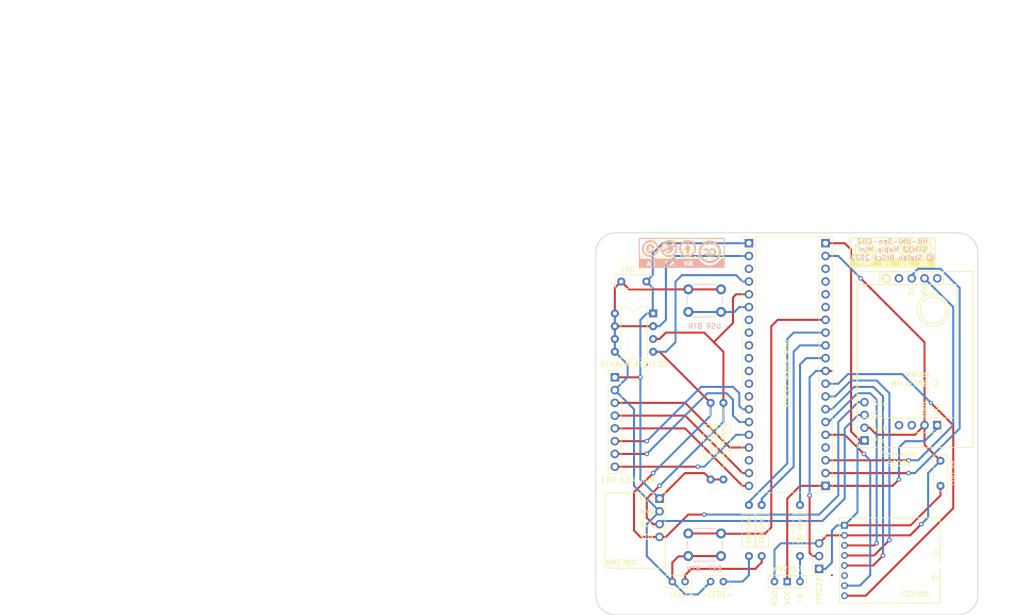
<source format=kicad_pcb>
(kicad_pcb (version 20171130) (host pcbnew 5.1.8-5.1.8)

  (general
    (thickness 1.6)
    (drawings 50)
    (tracks 287)
    (zones 0)
    (modules 34)
    (nets 1)
  )

  (page A4)
  (layers
    (0 F.Cu signal)
    (31 B.Cu signal)
    (32 B.Adhes user)
    (33 F.Adhes user)
    (34 B.Paste user)
    (35 F.Paste user)
    (36 B.SilkS user)
    (37 F.SilkS user)
    (38 B.Mask user)
    (39 F.Mask user)
    (40 Dwgs.User user)
    (41 Cmts.User user)
    (42 Eco1.User user)
    (43 Eco2.User user)
    (44 Edge.Cuts user)
    (45 Margin user)
    (46 B.CrtYd user)
    (47 F.CrtYd user hide)
    (48 B.Fab user)
    (49 F.Fab user)
  )

  (setup
    (last_trace_width 0.4)
    (user_trace_width 0.2)
    (user_trace_width 0.4)
    (trace_clearance 0.2)
    (zone_clearance 0.508)
    (zone_45_only no)
    (trace_min 0.1)
    (via_size 0.8)
    (via_drill 0.4)
    (via_min_size 0.4)
    (via_min_drill 0.2)
    (user_via 0.8 0.4)
    (user_via 0.9 0.5)
    (uvia_size 0.3)
    (uvia_drill 0.1)
    (uvias_allowed no)
    (uvia_min_size 0.3)
    (uvia_min_drill 0.1)
    (edge_width 0.05)
    (segment_width 0.2)
    (pcb_text_width 0.3)
    (pcb_text_size 1.5 1.5)
    (mod_edge_width 0.12)
    (mod_text_size 1 1)
    (mod_text_width 0.15)
    (pad_size 1.7 1.7)
    (pad_drill 1)
    (pad_to_mask_clearance 0)
    (aux_axis_origin 224.65 83.8)
    (visible_elements FFFFFF7F)
    (pcbplotparams
      (layerselection 0x010fc_ffffffff)
      (usegerberextensions true)
      (usegerberattributes true)
      (usegerberadvancedattributes false)
      (creategerberjobfile true)
      (excludeedgelayer true)
      (linewidth 0.100000)
      (plotframeref false)
      (viasonmask false)
      (mode 1)
      (useauxorigin false)
      (hpglpennumber 1)
      (hpglpenspeed 20)
      (hpglpendiameter 15.000000)
      (psnegative false)
      (psa4output false)
      (plotreference true)
      (plotvalue true)
      (plotinvisibletext false)
      (padsonsilk false)
      (subtractmaskfromsilk true)
      (outputformat 1)
      (mirror false)
      (drillshape 0)
      (scaleselection 1)
      (outputdirectory "Gerber/"))
  )

  (net 0 "")

  (net_class Default "This is the default net class."
    (clearance 0.2)
    (trace_width 0.25)
    (via_dia 0.8)
    (via_drill 0.4)
    (uvia_dia 0.3)
    (uvia_drill 0.1)
  )

  (net_class LB1 ""
    (clearance 0.254)
    (trace_width 0.512)
    (via_dia 0.889)
    (via_drill 0.635)
    (uvia_dia 0.508)
    (uvia_drill 0.127)
  )

  (net_class Thick ""
    (clearance 0.4)
    (trace_width 0.4)
    (via_dia 0.9)
    (via_drill 0.6)
    (uvia_dia 0.5)
    (uvia_drill 0.125)
  )

  (module Connector_PinSocket_2.54mm:PinSocket_1x03_P2.54mm_Vertical (layer F.Cu) (tedit 5A19A429) (tstamp 623CACD4)
    (at 171.45 116.84 180)
    (descr "Through hole straight socket strip, 1x03, 2.54mm pitch, single row (from Kicad 4.0.7), script generated")
    (tags "Through hole socket strip THT 1x03 2.54mm single row")
    (fp_text reference TTP223 (at 0 -4.445 90) (layer F.SilkS)
      (effects (font (size 1 1) (thickness 0.15)))
    )
    (fp_text value PinSocket_1x03_P2.54mm_Vertical (at 0 7.85) (layer F.Fab) hide
      (effects (font (size 1 1) (thickness 0.15)))
    )
    (fp_line (start -1.27 -1.27) (end 0.635 -1.27) (layer F.Fab) (width 0.1))
    (fp_line (start 0.635 -1.27) (end 1.27 -0.635) (layer F.Fab) (width 0.1))
    (fp_line (start 1.27 -0.635) (end 1.27 6.35) (layer F.Fab) (width 0.1))
    (fp_line (start 1.27 6.35) (end -1.27 6.35) (layer F.Fab) (width 0.1))
    (fp_line (start -1.27 6.35) (end -1.27 -1.27) (layer F.Fab) (width 0.1))
    (fp_line (start -1.33 1.27) (end 1.33 1.27) (layer F.SilkS) (width 0.12))
    (fp_line (start -1.33 1.27) (end -1.33 6.41) (layer F.SilkS) (width 0.12))
    (fp_line (start -1.33 6.41) (end 1.33 6.41) (layer F.SilkS) (width 0.12))
    (fp_line (start 1.33 1.27) (end 1.33 6.41) (layer F.SilkS) (width 0.12))
    (fp_line (start 1.33 -1.33) (end 1.33 0) (layer F.SilkS) (width 0.12))
    (fp_line (start 0 -1.33) (end 1.33 -1.33) (layer F.SilkS) (width 0.12))
    (fp_line (start -1.8 -1.8) (end 1.75 -1.8) (layer F.CrtYd) (width 0.05))
    (fp_line (start 1.75 -1.8) (end 1.75 6.85) (layer F.CrtYd) (width 0.05))
    (fp_line (start 1.75 6.85) (end -1.8 6.85) (layer F.CrtYd) (width 0.05))
    (fp_line (start -1.8 6.85) (end -1.8 -1.8) (layer F.CrtYd) (width 0.05))
    (fp_text user %R (at 0 2.54 90) (layer F.Fab) hide
      (effects (font (size 1 1) (thickness 0.15)))
    )
    (pad 1 thru_hole rect (at 0 0 180) (size 1.7 1.7) (drill 1) (layers *.Cu *.Mask))
    (pad 2 thru_hole oval (at 0 2.54 180) (size 1.7 1.7) (drill 1) (layers *.Cu *.Mask))
    (pad 3 thru_hole oval (at 0 5.08 180) (size 1.7 1.7) (drill 1) (layers *.Cu *.Mask))
    (model ${KISYS3DMOD}/Connector_PinSocket_2.54mm.3dshapes/PinSocket_1x03_P2.54mm_Vertical.wrl
      (at (xyz 0 0 0))
      (scale (xyz 1 1 1))
      (rotate (xyz 0 0 0))
    )
  )

  (module Connector_PinHeader_2.54mm:PinHeader_1x08_P2.54mm_Vertical (layer F.Cu) (tedit 59FED5CC) (tstamp 623CAAAA)
    (at 130.81 78.74)
    (descr "Through hole straight pin header, 1x08, 2.54mm pitch, single row")
    (tags "Through hole pin header THT 1x08 2.54mm single row")
    (fp_text reference "EPD 1.54 inch" (at 2.76 20.44) (layer F.SilkS)
      (effects (font (size 1 1) (thickness 0.15)))
    )
    (fp_text value PinHeader_1x08_P2.54mm_Vertical (at 0 20.11) (layer F.Fab) hide
      (effects (font (size 1 1) (thickness 0.15)))
    )
    (fp_line (start -0.635 -1.27) (end 1.27 -1.27) (layer F.Fab) (width 0.1))
    (fp_line (start 1.27 -1.27) (end 1.27 19.05) (layer F.Fab) (width 0.1))
    (fp_line (start 1.27 19.05) (end -1.27 19.05) (layer F.Fab) (width 0.1))
    (fp_line (start -1.27 19.05) (end -1.27 -0.635) (layer F.Fab) (width 0.1))
    (fp_line (start -1.27 -0.635) (end -0.635 -1.27) (layer F.Fab) (width 0.1))
    (fp_line (start -1.33 19.11) (end 1.33 19.11) (layer F.SilkS) (width 0.12))
    (fp_line (start -1.33 1.27) (end -1.33 19.11) (layer F.SilkS) (width 0.12))
    (fp_line (start 1.33 1.27) (end 1.33 19.11) (layer F.SilkS) (width 0.12))
    (fp_line (start -1.33 1.27) (end 1.33 1.27) (layer F.SilkS) (width 0.12))
    (fp_line (start -1.33 0) (end -1.33 -1.33) (layer F.SilkS) (width 0.12))
    (fp_line (start -1.33 -1.33) (end 0 -1.33) (layer F.SilkS) (width 0.12))
    (fp_line (start -1.8 -1.8) (end -1.8 19.55) (layer F.CrtYd) (width 0.05))
    (fp_line (start -1.8 19.55) (end 1.8 19.55) (layer F.CrtYd) (width 0.05))
    (fp_line (start 1.8 19.55) (end 1.8 -1.8) (layer F.CrtYd) (width 0.05))
    (fp_line (start 1.8 -1.8) (end -1.8 -1.8) (layer F.CrtYd) (width 0.05))
    (fp_text user %R (at 0 8.89 90) (layer F.Fab) hide
      (effects (font (size 1 1) (thickness 0.15)))
    )
    (pad 1 thru_hole rect (at 0 0) (size 1.7 1.7) (drill 1) (layers *.Cu *.Mask))
    (pad 2 thru_hole oval (at 0 2.54) (size 1.7 1.7) (drill 1) (layers *.Cu *.Mask))
    (pad 3 thru_hole oval (at 0 5.08) (size 1.7 1.7) (drill 1) (layers *.Cu *.Mask))
    (pad 4 thru_hole oval (at 0 7.62) (size 1.7 1.7) (drill 1) (layers *.Cu *.Mask))
    (pad 5 thru_hole oval (at 0 10.16) (size 1.7 1.7) (drill 1) (layers *.Cu *.Mask))
    (pad 6 thru_hole oval (at 0 12.7) (size 1.7 1.7) (drill 1) (layers *.Cu *.Mask))
    (pad 7 thru_hole oval (at 0 15.24) (size 1.7 1.7) (drill 1) (layers *.Cu *.Mask))
    (pad 8 thru_hole oval (at 0 17.78) (size 1.7 1.7) (drill 1) (layers *.Cu *.Mask))
    (model ${KISYS3DMOD}/Connector_PinHeader_2.54mm.3dshapes/PinHeader_1x08_P2.54mm_Vertical.wrl
      (at (xyz 0 0 0))
      (scale (xyz 1 1 1))
      (rotate (xyz 0 0 0))
    )
  )

  (module Resistor_THT:R_Axial_DIN0207_L6.3mm_D2.5mm_P10.16mm_Horizontal (layer F.Cu) (tedit 5AE5139B) (tstamp 62388BDA)
    (at 157.48 114.3 90)
    (descr "Resistor, Axial_DIN0207 series, Axial, Horizontal, pin pitch=10.16mm, 0.25W = 1/4W, length*diameter=6.3*2.5mm^2, http://cdn-reichelt.de/documents/datenblatt/B400/1_4W%23YAG.pdf")
    (tags "Resistor Axial_DIN0207 series Axial Horizontal pin pitch 10.16mm 0.25W = 1/4W length 6.3mm diameter 2.5mm")
    (fp_text reference "330 Ohm" (at 5.08 -2.37 90) (layer F.Fab) hide
      (effects (font (size 1 1) (thickness 0.15)))
    )
    (fp_text value R_Axial_DIN0207_L6.3mm_D2.5mm_P10.16mm_Horizontal (at 5.08 2.37 90) (layer F.Fab) hide
      (effects (font (size 1 1) (thickness 0.15)))
    )
    (fp_line (start 1.93 -1.25) (end 1.93 1.25) (layer F.Fab) (width 0.1))
    (fp_line (start 1.93 1.25) (end 8.23 1.25) (layer F.Fab) (width 0.1))
    (fp_line (start 8.23 1.25) (end 8.23 -1.25) (layer F.Fab) (width 0.1))
    (fp_line (start 8.23 -1.25) (end 1.93 -1.25) (layer F.Fab) (width 0.1))
    (fp_line (start 0 0) (end 1.93 0) (layer F.Fab) (width 0.1))
    (fp_line (start 10.16 0) (end 8.23 0) (layer F.Fab) (width 0.1))
    (fp_line (start 1.81 -1.37) (end 1.81 1.37) (layer F.SilkS) (width 0.12))
    (fp_line (start 1.81 1.37) (end 8.35 1.37) (layer F.SilkS) (width 0.12))
    (fp_line (start 8.35 1.37) (end 8.35 -1.37) (layer F.SilkS) (width 0.12))
    (fp_line (start 8.35 -1.37) (end 1.81 -1.37) (layer F.SilkS) (width 0.12))
    (fp_line (start 1.04 0) (end 1.81 0) (layer F.SilkS) (width 0.12))
    (fp_line (start 9.12 0) (end 8.35 0) (layer F.SilkS) (width 0.12))
    (fp_line (start -1.05 -1.5) (end -1.05 1.5) (layer F.CrtYd) (width 0.05))
    (fp_line (start -1.05 1.5) (end 11.21 1.5) (layer F.CrtYd) (width 0.05))
    (fp_line (start 11.21 1.5) (end 11.21 -1.5) (layer F.CrtYd) (width 0.05))
    (fp_line (start 11.21 -1.5) (end -1.05 -1.5) (layer F.CrtYd) (width 0.05))
    (fp_text user %R (at 5.08 0 90) (layer F.SilkS)
      (effects (font (size 0.8 0.8) (thickness 0.15)))
    )
    (pad 2 thru_hole oval (at 10.16 0 90) (size 1.6 1.6) (drill 0.8) (layers *.Cu *.Mask))
    (pad 1 thru_hole circle (at 0 0 90) (size 1.6 1.6) (drill 0.8) (layers *.Cu *.Mask))
    (model ${KISYS3DMOD}/Resistor_THT.3dshapes/R_Axial_DIN0207_L6.3mm_D2.5mm_P10.16mm_Horizontal.wrl
      (at (xyz 0 0 0))
      (scale (xyz 1 1 1))
      (rotate (xyz 0 0 0))
    )
  )

  (module Resistor_THT:R_Axial_DIN0207_L6.3mm_D2.5mm_P10.16mm_Horizontal (layer F.Cu) (tedit 5AE5139B) (tstamp 62388BDA)
    (at 160.02 114.3 90)
    (descr "Resistor, Axial_DIN0207 series, Axial, Horizontal, pin pitch=10.16mm, 0.25W = 1/4W, length*diameter=6.3*2.5mm^2, http://cdn-reichelt.de/documents/datenblatt/B400/1_4W%23YAG.pdf")
    (tags "Resistor Axial_DIN0207 series Axial Horizontal pin pitch 10.16mm 0.25W = 1/4W length 6.3mm diameter 2.5mm")
    (fp_text reference "330 Ohm" (at 5.08 -2.37 90) (layer F.Fab) hide
      (effects (font (size 1 1) (thickness 0.15)))
    )
    (fp_text value R_Axial_DIN0207_L6.3mm_D2.5mm_P10.16mm_Horizontal (at 5.08 2.37 90) (layer F.Fab) hide
      (effects (font (size 1 1) (thickness 0.15)))
    )
    (fp_line (start 1.93 -1.25) (end 1.93 1.25) (layer F.Fab) (width 0.1))
    (fp_line (start 1.93 1.25) (end 8.23 1.25) (layer F.Fab) (width 0.1))
    (fp_line (start 8.23 1.25) (end 8.23 -1.25) (layer F.Fab) (width 0.1))
    (fp_line (start 8.23 -1.25) (end 1.93 -1.25) (layer F.Fab) (width 0.1))
    (fp_line (start 0 0) (end 1.93 0) (layer F.Fab) (width 0.1))
    (fp_line (start 10.16 0) (end 8.23 0) (layer F.Fab) (width 0.1))
    (fp_line (start 1.81 -1.37) (end 1.81 1.37) (layer F.SilkS) (width 0.12))
    (fp_line (start 1.81 1.37) (end 8.35 1.37) (layer F.SilkS) (width 0.12))
    (fp_line (start 8.35 1.37) (end 8.35 -1.37) (layer F.SilkS) (width 0.12))
    (fp_line (start 8.35 -1.37) (end 1.81 -1.37) (layer F.SilkS) (width 0.12))
    (fp_line (start 1.04 0) (end 1.81 0) (layer F.SilkS) (width 0.12))
    (fp_line (start 9.12 0) (end 8.35 0) (layer F.SilkS) (width 0.12))
    (fp_line (start -1.05 -1.5) (end -1.05 1.5) (layer F.CrtYd) (width 0.05))
    (fp_line (start -1.05 1.5) (end 11.21 1.5) (layer F.CrtYd) (width 0.05))
    (fp_line (start 11.21 1.5) (end 11.21 -1.5) (layer F.CrtYd) (width 0.05))
    (fp_line (start 11.21 -1.5) (end -1.05 -1.5) (layer F.CrtYd) (width 0.05))
    (fp_text user %R (at 5.08 0 90) (layer F.SilkS)
      (effects (font (size 0.8 0.8) (thickness 0.15)))
    )
    (pad 2 thru_hole oval (at 10.16 0 90) (size 1.6 1.6) (drill 0.8) (layers *.Cu *.Mask))
    (pad 1 thru_hole circle (at 0 0 90) (size 1.6 1.6) (drill 0.8) (layers *.Cu *.Mask))
    (model ${KISYS3DMOD}/Resistor_THT.3dshapes/R_Axial_DIN0207_L6.3mm_D2.5mm_P10.16mm_Horizontal.wrl
      (at (xyz 0 0 0))
      (scale (xyz 1 1 1))
      (rotate (xyz 0 0 0))
    )
  )

  (module Resistor_THT:R_Axial_DIN0207_L6.3mm_D2.5mm_P10.16mm_Horizontal (layer F.Cu) (tedit 5AE5139B) (tstamp 62388608)
    (at 167.64 114.3 90)
    (descr "Resistor, Axial_DIN0207 series, Axial, Horizontal, pin pitch=10.16mm, 0.25W = 1/4W, length*diameter=6.3*2.5mm^2, http://cdn-reichelt.de/documents/datenblatt/B400/1_4W%23YAG.pdf")
    (tags "Resistor Axial_DIN0207 series Axial Horizontal pin pitch 10.16mm 0.25W = 1/4W length 6.3mm diameter 2.5mm")
    (fp_text reference "330 Ohm" (at 5.08 -2.37 90) (layer F.Fab) hide
      (effects (font (size 1 1) (thickness 0.15)))
    )
    (fp_text value R_Axial_DIN0207_L6.3mm_D2.5mm_P10.16mm_Horizontal (at 5.08 2.37 90) (layer F.Fab) hide
      (effects (font (size 1 1) (thickness 0.15)))
    )
    (fp_line (start 1.93 -1.25) (end 1.93 1.25) (layer F.Fab) (width 0.1))
    (fp_line (start 1.93 1.25) (end 8.23 1.25) (layer F.Fab) (width 0.1))
    (fp_line (start 8.23 1.25) (end 8.23 -1.25) (layer F.Fab) (width 0.1))
    (fp_line (start 8.23 -1.25) (end 1.93 -1.25) (layer F.Fab) (width 0.1))
    (fp_line (start 0 0) (end 1.93 0) (layer F.Fab) (width 0.1))
    (fp_line (start 10.16 0) (end 8.23 0) (layer F.Fab) (width 0.1))
    (fp_line (start 1.81 -1.37) (end 1.81 1.37) (layer F.SilkS) (width 0.12))
    (fp_line (start 1.81 1.37) (end 8.35 1.37) (layer F.SilkS) (width 0.12))
    (fp_line (start 8.35 1.37) (end 8.35 -1.37) (layer F.SilkS) (width 0.12))
    (fp_line (start 8.35 -1.37) (end 1.81 -1.37) (layer F.SilkS) (width 0.12))
    (fp_line (start 1.04 0) (end 1.81 0) (layer F.SilkS) (width 0.12))
    (fp_line (start 9.12 0) (end 8.35 0) (layer F.SilkS) (width 0.12))
    (fp_line (start -1.05 -1.5) (end -1.05 1.5) (layer F.CrtYd) (width 0.05))
    (fp_line (start -1.05 1.5) (end 11.21 1.5) (layer F.CrtYd) (width 0.05))
    (fp_line (start 11.21 1.5) (end 11.21 -1.5) (layer F.CrtYd) (width 0.05))
    (fp_line (start 11.21 -1.5) (end -1.05 -1.5) (layer F.CrtYd) (width 0.05))
    (fp_text user %R (at 5.08 0 90) (layer F.SilkS)
      (effects (font (size 0.8 0.8) (thickness 0.15)))
    )
    (pad 1 thru_hole circle (at 0 0 90) (size 1.6 1.6) (drill 0.8) (layers *.Cu *.Mask))
    (pad 2 thru_hole oval (at 10.16 0 90) (size 1.6 1.6) (drill 0.8) (layers *.Cu *.Mask))
    (model ${KISYS3DMOD}/Resistor_THT.3dshapes/R_Axial_DIN0207_L6.3mm_D2.5mm_P10.16mm_Horizontal.wrl
      (at (xyz 0 0 0))
      (scale (xyz 1 1 1))
      (rotate (xyz 0 0 0))
    )
  )

  (module Resistor_THT:R_Axial_DIN0207_L6.3mm_D2.5mm_P15.24mm_Horizontal (layer F.Cu) (tedit 5AE5139B) (tstamp 622E874C)
    (at 152.4 99.06 90)
    (descr "Resistor, Axial_DIN0207 series, Axial, Horizontal, pin pitch=15.24mm, 0.25W = 1/4W, length*diameter=6.3*2.5mm^2, http://cdn-reichelt.de/documents/datenblatt/B400/1_4W%23YAG.pdf")
    (tags "Resistor Axial_DIN0207 series Axial Horizontal pin pitch 15.24mm 0.25W = 1/4W length 6.3mm diameter 2.5mm")
    (fp_text reference "4.7 kOhm" (at 7.62 2.54 90) (layer F.Fab) hide
      (effects (font (size 1 1) (thickness 0.15)))
    )
    (fp_text value R_Axial_DIN0207_L6.3mm_D2.5mm_P15.24mm_Horizontal (at 7.62 2.37 90) (layer F.Fab) hide
      (effects (font (size 1 1) (thickness 0.15)))
    )
    (fp_line (start 4.47 -1.25) (end 4.47 1.25) (layer F.Fab) (width 0.1))
    (fp_line (start 4.47 1.25) (end 10.77 1.25) (layer F.Fab) (width 0.1))
    (fp_line (start 10.77 1.25) (end 10.77 -1.25) (layer F.Fab) (width 0.1))
    (fp_line (start 10.77 -1.25) (end 4.47 -1.25) (layer F.Fab) (width 0.1))
    (fp_line (start 0 0) (end 4.47 0) (layer F.Fab) (width 0.1))
    (fp_line (start 15.24 0) (end 10.77 0) (layer F.Fab) (width 0.1))
    (fp_line (start 4.35 -1.37) (end 4.35 1.37) (layer F.SilkS) (width 0.12))
    (fp_line (start 4.35 1.37) (end 10.89 1.37) (layer F.SilkS) (width 0.12))
    (fp_line (start 10.89 1.37) (end 10.89 -1.37) (layer F.SilkS) (width 0.12))
    (fp_line (start 10.89 -1.37) (end 4.35 -1.37) (layer F.SilkS) (width 0.12))
    (fp_line (start 1.04 0) (end 4.35 0) (layer F.SilkS) (width 0.12))
    (fp_line (start 14.2 0) (end 10.89 0) (layer F.SilkS) (width 0.12))
    (fp_line (start -1.05 -1.5) (end -1.05 1.5) (layer F.CrtYd) (width 0.05))
    (fp_line (start -1.05 1.5) (end 16.29 1.5) (layer F.CrtYd) (width 0.05))
    (fp_line (start 16.29 1.5) (end 16.29 -1.5) (layer F.CrtYd) (width 0.05))
    (fp_line (start 16.29 -1.5) (end -1.05 -1.5) (layer F.CrtYd) (width 0.05))
    (fp_text user %R (at 7.62 0 90) (layer F.SilkS)
      (effects (font (size 0.8 0.8) (thickness 0.15)))
    )
    (pad 1 thru_hole circle (at 0 0 90) (size 1.6 1.6) (drill 0.8) (layers *.Cu *.Mask))
    (pad 2 thru_hole oval (at 15.24 0 90) (size 1.6 1.6) (drill 0.8) (layers *.Cu *.Mask))
    (model ${KISYS3DMOD}/Resistor_THT.3dshapes/R_Axial_DIN0207_L6.3mm_D2.5mm_P15.24mm_Horizontal.wrl
      (at (xyz 0 0 0))
      (scale (xyz 1 1 1))
      (rotate (xyz 0 0 0))
    )
  )

  (module Module:SCD30 (layer F.Cu) (tedit 6235F9C9) (tstamp 61DDE969)
    (at 179.07 92.71 270)
    (fp_text reference Sensirion (at 1.27 -8.255) (layer F.SilkS)
      (effects (font (size 1 1) (thickness 0.15)))
    )
    (fp_text value SCD30 (at 3.175 -8.255 180) (layer F.SilkS)
      (effects (font (size 1 1) (thickness 0.15)))
    )
    (fp_line (start -35 -23) (end 0 -23) (layer F.SilkS) (width 0.15))
    (fp_line (start 0 -23) (end 0 0) (layer F.SilkS) (width 0.15))
    (fp_line (start 0 0) (end -35 0) (layer F.SilkS) (width 0.15))
    (fp_line (start -35 0) (end -35 -23) (layer F.SilkS) (width 0.15))
    (fp_circle (center -31.2 -1.95) (end -32 -1.95) (layer F.Fab) (width 0.15))
    (pad 1 thru_hole rect (at -1.4 -1.4 270) (size 1.7 1.7) (drill 1) (layers *.Cu *.Mask))
    (pad 2 thru_hole circle (at -3.94 -1.4 270) (size 1.7 1.7) (drill 1) (layers *.Cu *.Mask))
    (pad 3 thru_hole circle (at -6.48 -1.4 270) (size 1.7 1.7) (drill 1) (layers *.Cu *.Mask))
    (pad 4 thru_hole circle (at -9.02 -1.39 270) (size 1.7 1.7) (drill 1) (layers *.Cu *.Mask))
    (model ${KICAD_SYMBOL_DIR}/3d/Sensors_Detectors/SCD30.step
      (at (xyz 0 0 0))
      (scale (xyz 1 1 1))
      (rotate (xyz 0 0 0))
    )
  )

  (module Resistor_THT:R_Axial_DIN0207_L6.3mm_D2.5mm_P15.24mm_Horizontal (layer F.Cu) (tedit 5AE5139B) (tstamp 622E8763)
    (at 149.86 99.06 90)
    (descr "Resistor, Axial_DIN0207 series, Axial, Horizontal, pin pitch=15.24mm, 0.25W = 1/4W, length*diameter=6.3*2.5mm^2, http://cdn-reichelt.de/documents/datenblatt/B400/1_4W%23YAG.pdf")
    (tags "Resistor Axial_DIN0207 series Axial Horizontal pin pitch 15.24mm 0.25W = 1/4W length 6.3mm diameter 2.5mm")
    (fp_text reference "4.7 kOhm" (at 7.62 -2.37 90) (layer F.Fab) hide
      (effects (font (size 1 1) (thickness 0.15)))
    )
    (fp_text value R_Axial_DIN0207_L6.3mm_D2.5mm_P15.24mm_Horizontal (at 7.62 2.37 90) (layer F.Fab) hide
      (effects (font (size 1 1) (thickness 0.15)))
    )
    (fp_line (start 4.47 -1.25) (end 4.47 1.25) (layer F.Fab) (width 0.1))
    (fp_line (start 4.47 1.25) (end 10.77 1.25) (layer F.Fab) (width 0.1))
    (fp_line (start 10.77 1.25) (end 10.77 -1.25) (layer F.Fab) (width 0.1))
    (fp_line (start 10.77 -1.25) (end 4.47 -1.25) (layer F.Fab) (width 0.1))
    (fp_line (start 0 0) (end 4.47 0) (layer F.Fab) (width 0.1))
    (fp_line (start 15.24 0) (end 10.77 0) (layer F.Fab) (width 0.1))
    (fp_line (start 4.35 -1.37) (end 4.35 1.37) (layer F.SilkS) (width 0.12))
    (fp_line (start 4.35 1.37) (end 10.89 1.37) (layer F.SilkS) (width 0.12))
    (fp_line (start 10.89 1.37) (end 10.89 -1.37) (layer F.SilkS) (width 0.12))
    (fp_line (start 10.89 -1.37) (end 4.35 -1.37) (layer F.SilkS) (width 0.12))
    (fp_line (start 1.04 0) (end 4.35 0) (layer F.SilkS) (width 0.12))
    (fp_line (start 14.2 0) (end 10.89 0) (layer F.SilkS) (width 0.12))
    (fp_line (start -1.05 -1.5) (end -1.05 1.5) (layer F.CrtYd) (width 0.05))
    (fp_line (start -1.05 1.5) (end 16.29 1.5) (layer F.CrtYd) (width 0.05))
    (fp_line (start 16.29 1.5) (end 16.29 -1.5) (layer F.CrtYd) (width 0.05))
    (fp_line (start 16.29 -1.5) (end -1.05 -1.5) (layer F.CrtYd) (width 0.05))
    (fp_text user %R (at 7.62 0 90) (layer F.SilkS)
      (effects (font (size 0.8 0.8) (thickness 0.15)))
    )
    (pad 1 thru_hole circle (at 0 0 90) (size 1.6 1.6) (drill 0.8) (layers *.Cu *.Mask))
    (pad 2 thru_hole oval (at 15.24 0 90) (size 1.6 1.6) (drill 0.8) (layers *.Cu *.Mask))
    (model ${KISYS3DMOD}/Resistor_THT.3dshapes/R_Axial_DIN0207_L6.3mm_D2.5mm_P15.24mm_Horizontal.wrl
      (at (xyz 0 0 0))
      (scale (xyz 1 1 1))
      (rotate (xyz 0 0 0))
    )
  )

  (module Capacitor_THT:C_Rect_L7.0mm_W2.5mm_P5.00mm (layer F.Cu) (tedit 5AE50EF0) (tstamp 622E1130)
    (at 195.58 100.33 90)
    (descr "C, Rect series, Radial, pin pitch=5.00mm, , length*width=7*2.5mm^2, Capacitor")
    (tags "C Rect series Radial pin pitch 5.00mm  length 7mm width 2.5mm Capacitor")
    (fp_text reference "100 nF" (at 2.5 2.54 90) (layer F.SilkS)
      (effects (font (size 1 1) (thickness 0.15)))
    )
    (fp_text value C_Rect_L7.0mm_W2.5mm_P5.00mm (at 2.5 2.5 90) (layer F.Fab) hide
      (effects (font (size 1 1) (thickness 0.15)))
    )
    (fp_line (start 6.25 -1.5) (end -1.25 -1.5) (layer F.CrtYd) (width 0.05))
    (fp_line (start 6.25 1.5) (end 6.25 -1.5) (layer F.CrtYd) (width 0.05))
    (fp_line (start -1.25 1.5) (end 6.25 1.5) (layer F.CrtYd) (width 0.05))
    (fp_line (start -1.25 -1.5) (end -1.25 1.5) (layer F.CrtYd) (width 0.05))
    (fp_line (start 6.12 -1.37) (end 6.12 1.37) (layer F.SilkS) (width 0.12))
    (fp_line (start -1.12 -1.37) (end -1.12 1.37) (layer F.SilkS) (width 0.12))
    (fp_line (start -1.12 1.37) (end 6.12 1.37) (layer F.SilkS) (width 0.12))
    (fp_line (start -1.12 -1.37) (end 6.12 -1.37) (layer F.SilkS) (width 0.12))
    (fp_line (start 6 -1.25) (end -1 -1.25) (layer F.Fab) (width 0.1))
    (fp_line (start 6 1.25) (end 6 -1.25) (layer F.Fab) (width 0.1))
    (fp_line (start -1 1.25) (end 6 1.25) (layer F.Fab) (width 0.1))
    (fp_line (start -1 -1.25) (end -1 1.25) (layer F.Fab) (width 0.1))
    (fp_text user %R (at 2.5 0 90) (layer F.Fab) hide
      (effects (font (size 1 1) (thickness 0.15)))
    )
    (pad 1 thru_hole circle (at 0 0 90) (size 1.6 1.6) (drill 0.8) (layers *.Cu *.Mask))
    (pad 2 thru_hole circle (at 5 0 90) (size 1.6 1.6) (drill 0.8) (layers *.Cu *.Mask))
    (model ${KISYS3DMOD}/Capacitor_THT.3dshapes/C_Rect_L7.0mm_W2.5mm_P5.00mm.wrl
      (at (xyz 0 0 0))
      (scale (xyz 1 1 1))
      (rotate (xyz 0 0 0))
    )
  )

  (module Capacitor_THT:C_Rect_L7.0mm_W2.5mm_P5.00mm (layer F.Cu) (tedit 5AE50EF0) (tstamp 622E111D)
    (at 132.08 59.69)
    (descr "C, Rect series, Radial, pin pitch=5.00mm, , length*width=7*2.5mm^2, Capacitor")
    (tags "C Rect series Radial pin pitch 5.00mm  length 7mm width 2.5mm Capacitor")
    (fp_text reference "100 nF" (at 2.5 -2.5) (layer F.SilkS)
      (effects (font (size 1 1) (thickness 0.15)))
    )
    (fp_text value C_Rect_L7.0mm_W2.5mm_P5.00mm (at 2.5 2.5) (layer F.Fab) hide
      (effects (font (size 1 1) (thickness 0.15)))
    )
    (fp_line (start 6.25 -1.5) (end -1.25 -1.5) (layer F.CrtYd) (width 0.05))
    (fp_line (start 6.25 1.5) (end 6.25 -1.5) (layer F.CrtYd) (width 0.05))
    (fp_line (start -1.25 1.5) (end 6.25 1.5) (layer F.CrtYd) (width 0.05))
    (fp_line (start -1.25 -1.5) (end -1.25 1.5) (layer F.CrtYd) (width 0.05))
    (fp_line (start 6.12 -1.37) (end 6.12 1.37) (layer F.SilkS) (width 0.12))
    (fp_line (start -1.12 -1.37) (end -1.12 1.37) (layer F.SilkS) (width 0.12))
    (fp_line (start -1.12 1.37) (end 6.12 1.37) (layer F.SilkS) (width 0.12))
    (fp_line (start -1.12 -1.37) (end 6.12 -1.37) (layer F.SilkS) (width 0.12))
    (fp_line (start 6 -1.25) (end -1 -1.25) (layer F.Fab) (width 0.1))
    (fp_line (start 6 1.25) (end 6 -1.25) (layer F.Fab) (width 0.1))
    (fp_line (start -1 1.25) (end 6 1.25) (layer F.Fab) (width 0.1))
    (fp_line (start -1 -1.25) (end -1 1.25) (layer F.Fab) (width 0.1))
    (fp_text user %R (at 2.5 0) (layer F.Fab) hide
      (effects (font (size 1 1) (thickness 0.15)))
    )
    (pad 1 thru_hole circle (at 0 0) (size 1.6 1.6) (drill 0.8) (layers *.Cu *.Mask))
    (pad 2 thru_hole circle (at 5 0) (size 1.6 1.6) (drill 0.8) (layers *.Cu *.Mask))
    (model ${KISYS3DMOD}/Capacitor_THT.3dshapes/C_Rect_L7.0mm_W2.5mm_P5.00mm.wrl
      (at (xyz 0 0 0))
      (scale (xyz 1 1 1))
      (rotate (xyz 0 0 0))
    )
  )

  (module Module:Maple_Mini (layer F.Cu) (tedit 6235F98A) (tstamp 622BF9E4)
    (at 157.48 52.07)
    (descr "Maple Mini, http://docs.leaflabs.com/static.leaflabs.com/pub/leaflabs/maple-docs/0.0.12/hardware/maple-mini.html")
    (tags "Maple Mini")
    (fp_text reference "STM32 Blue Pill" (at 7.62 -3.81) (layer Dwgs.User) hide
      (effects (font (size 1 1) (thickness 0.15)))
    )
    (fp_text value "STM32 Maple Mini" (at 7.62 26.035 90) (layer F.SilkS)
      (effects (font (size 1 1) (thickness 0.15)))
    )
    (fp_line (start 3.81 6.604) (end 11.43 6.604) (layer F.Fab) (width 0.1))
    (fp_line (start 13.97 -1.27) (end 13.97 49.53) (layer F.Fab) (width 0.1))
    (fp_line (start -1.27 -0.635) (end -0.635 -1.27) (layer F.Fab) (width 0.1))
    (fp_line (start 1.27 -1.27) (end 1.27 49.53) (layer F.Fab) (width 0.1))
    (fp_line (start -1.33 -1.33) (end -1.33 0) (layer F.SilkS) (width 0.12))
    (fp_line (start 0 -1.33) (end -1.33 -1.33) (layer F.SilkS) (width 0.12))
    (fp_line (start 16.76 49.78) (end -1.52 49.78) (layer F.CrtYd) (width 0.05))
    (fp_line (start 16.76 -2.79) (end 16.76 49.78) (layer F.CrtYd) (width 0.05))
    (fp_line (start -1.52 -2.79) (end 16.76 -2.79) (layer F.CrtYd) (width 0.05))
    (fp_line (start -1.52 49.78) (end -1.52 -2.79) (layer F.CrtYd) (width 0.05))
    (fp_line (start -1.33 1.27) (end 1.33 1.27) (layer F.SilkS) (width 0.12))
    (fp_line (start 13.91 49.59) (end 13.91 -1.33) (layer F.SilkS) (width 0.12))
    (fp_line (start 1.33 -1.33) (end 1.33 49.59) (layer F.SilkS) (width 0.12))
    (fp_line (start -1.33 49.59) (end -1.33 1.27) (layer F.SilkS) (width 0.12))
    (fp_line (start 16.57 -1.33) (end 16.57 49.59) (layer F.SilkS) (width 0.12))
    (fp_line (start -1.27 49.53) (end -1.27 -0.635) (layer F.Fab) (width 0.1))
    (fp_line (start 16.51 49.53) (end -1.27 49.53) (layer F.Fab) (width 0.1))
    (fp_line (start 16.51 -1.27) (end 16.51 49.53) (layer F.Fab) (width 0.1))
    (fp_line (start -0.635 -1.27) (end 16.51 -1.27) (layer F.Fab) (width 0.1))
    (fp_line (start 11.43 -2.54) (end 11.43 6.604) (layer F.Fab) (width 0.1))
    (fp_line (start 3.81 -2.54) (end 11.43 -2.54) (layer F.Fab) (width 0.1))
    (fp_line (start 3.81 6.604) (end 3.81 -2.54) (layer F.Fab) (width 0.1))
    (fp_line (start 16.57 49.59) (end -1.33 49.59) (layer F.SilkS) (width 0.12))
    (fp_line (start 1.33 -1.33) (end 16.57 -1.33) (layer F.SilkS) (width 0.12))
    (fp_text user %R (at 7.62 24.13) (layer F.Fab) hide
      (effects (font (size 1 1) (thickness 0.15)))
    )
    (pad 1 thru_hole rect (at 0 0) (size 1.7 1.7) (drill 1) (layers *.Cu *.Mask))
    (pad 2 thru_hole circle (at 0 2.54) (size 1.7 1.7) (drill 1) (layers *.Cu *.Mask))
    (pad 3 thru_hole circle (at 0 5.08) (size 1.7 1.7) (drill 1) (layers *.Cu *.Mask))
    (pad 4 thru_hole circle (at 0 7.62) (size 1.7 1.7) (drill 1) (layers *.Cu *.Mask))
    (pad 5 thru_hole circle (at 0 10.16) (size 1.7 1.7) (drill 1) (layers *.Cu *.Mask))
    (pad 6 thru_hole circle (at 0 12.7) (size 1.7 1.7) (drill 1) (layers *.Cu *.Mask))
    (pad 7 thru_hole circle (at 0 15.24) (size 1.7 1.7) (drill 1) (layers *.Cu *.Mask))
    (pad 8 thru_hole circle (at 0 17.78) (size 1.7 1.7) (drill 1) (layers *.Cu *.Mask))
    (pad 9 thru_hole circle (at 0 20.32) (size 1.7 1.7) (drill 1) (layers *.Cu *.Mask))
    (pad 10 thru_hole circle (at 0 22.86) (size 1.7 1.7) (drill 1) (layers *.Cu *.Mask))
    (pad 11 thru_hole circle (at 0 25.4) (size 1.7 1.7) (drill 1) (layers *.Cu *.Mask))
    (pad 12 thru_hole circle (at 0 27.94) (size 1.7 1.7) (drill 1) (layers *.Cu *.Mask))
    (pad 13 thru_hole circle (at 0 30.48) (size 1.7 1.7) (drill 1) (layers *.Cu *.Mask))
    (pad 14 thru_hole circle (at 0 33.02) (size 1.7 1.7) (drill 1) (layers *.Cu *.Mask))
    (pad 15 thru_hole circle (at 0 35.56) (size 1.7 1.7) (drill 1) (layers *.Cu *.Mask))
    (pad 16 thru_hole circle (at 0 38.1) (size 1.7 1.7) (drill 1) (layers *.Cu *.Mask))
    (pad 17 thru_hole circle (at 0 40.64) (size 1.7 1.7) (drill 1) (layers *.Cu *.Mask))
    (pad 18 thru_hole circle (at 0 43.18) (size 1.7 1.7) (drill 1) (layers *.Cu *.Mask))
    (pad 19 thru_hole circle (at 0 45.72) (size 1.7 1.7) (drill 1) (layers *.Cu *.Mask))
    (pad 20 thru_hole circle (at 0 48.26) (size 1.7 1.7) (drill 1) (layers *.Cu *.Mask))
    (pad 21 thru_hole rect (at 15.24 48.26) (size 1.7 1.7) (drill 1) (layers *.Cu *.Mask))
    (pad 22 thru_hole circle (at 15.24 45.72) (size 1.7 1.7) (drill 1) (layers *.Cu *.Mask))
    (pad 23 thru_hole circle (at 15.24 43.18) (size 1.7 1.7) (drill 1) (layers *.Cu *.Mask))
    (pad 24 thru_hole circle (at 15.24 40.64) (size 1.7 1.7) (drill 1) (layers *.Cu *.Mask))
    (pad 25 thru_hole circle (at 15.24 38.1) (size 1.7 1.7) (drill 1) (layers *.Cu *.Mask))
    (pad 26 thru_hole circle (at 15.24 35.56) (size 1.7 1.7) (drill 1) (layers *.Cu *.Mask))
    (pad 27 thru_hole circle (at 15.24 33.02) (size 1.7 1.7) (drill 1) (layers *.Cu *.Mask))
    (pad 28 thru_hole circle (at 15.24 30.48) (size 1.7 1.7) (drill 1) (layers *.Cu *.Mask))
    (pad 29 thru_hole circle (at 15.24 27.94) (size 1.7 1.7) (drill 1) (layers *.Cu *.Mask))
    (pad 30 thru_hole circle (at 15.24 25.4) (size 1.7 1.7) (drill 1) (layers *.Cu *.Mask))
    (pad 31 thru_hole circle (at 15.24 22.86) (size 1.7 1.7) (drill 1) (layers *.Cu *.Mask))
    (pad 32 thru_hole circle (at 15.24 20.32) (size 1.7 1.7) (drill 1) (layers *.Cu *.Mask))
    (pad 33 thru_hole circle (at 15.24 17.78) (size 1.7 1.7) (drill 1) (layers *.Cu *.Mask))
    (pad 34 thru_hole circle (at 15.24 15.24) (size 1.7 1.7) (drill 1) (layers *.Cu *.Mask))
    (pad 35 thru_hole circle (at 15.24 12.7) (size 1.7 1.7) (drill 1) (layers *.Cu *.Mask))
    (pad 36 thru_hole circle (at 15.24 10.16) (size 1.7 1.7) (drill 1) (layers *.Cu *.Mask))
    (pad 37 thru_hole circle (at 15.24 7.62) (size 1.7 1.7) (drill 1) (layers *.Cu *.Mask))
    (pad 38 thru_hole circle (at 15.24 5.08) (size 1.7 1.7) (drill 1) (layers *.Cu *.Mask))
    (pad 39 thru_hole circle (at 15.24 2.54) (size 1.7 1.7) (drill 1) (layers *.Cu *.Mask))
    (pad 40 thru_hole rect (at 15.24 0) (size 1.7 1.7) (drill 1) (layers *.Cu *.Mask))
    (model ${KISYS3DMOD}/Module.3dshapes/Maple_Mini.wrl
      (at (xyz 0 0 0))
      (scale (xyz 1 1 1))
      (rotate (xyz 0 0 0))
    )
  )

  (module Module:GY-BME280 (layer F.Cu) (tedit 6235F9DB) (tstamp 61DCB53F)
    (at 142.24 118.11 180)
    (fp_text reference BME280 (at 10.16 2.54 180) (layer F.SilkS)
      (effects (font (size 1 1) (thickness 0.15)))
    )
    (fp_text value GY-BME280 (at 9.2 0.4 180) (layer F.Fab) hide
      (effects (font (size 1 1) (thickness 0.15)))
    )
    (fp_line (start 13.4 1.4) (end 13.4 16.4) (layer F.SilkS) (width 0.15))
    (fp_line (start 1.4 16.4) (end 13.4 16.4) (layer F.SilkS) (width 0.15))
    (fp_line (start 1.4 1.4) (end 13.4 1.4) (layer F.SilkS) (width 0.15))
    (fp_line (start 1.4 1.4) (end 1.4 16.4) (layer F.SilkS) (width 0.15))
    (fp_text user GY-BME280 (at 12.2 8.4 270) (layer F.Fab) hide
      (effects (font (size 1 1) (thickness 0.15)))
    )
    (fp_text user SDA (at 5.08 7.62 180) (layer F.SilkS)
      (effects (font (size 1 1) (thickness 0.15)))
    )
    (fp_text user SCL (at 5.08 10.16 180) (layer F.SilkS)
      (effects (font (size 1 1) (thickness 0.15)))
    )
    (fp_text user GND (at 5.08 12.7 180) (layer F.SilkS)
      (effects (font (size 1 1) (thickness 0.15)))
    )
    (fp_text user VCC (at 5.08 15.24 180) (layer F.SilkS)
      (effects (font (size 1 1) (thickness 0.15)))
    )
    (pad 4 thru_hole circle (at 2.54 7.62 180) (size 1.7 1.7) (drill 1) (layers *.Cu *.Mask))
    (pad 3 thru_hole circle (at 2.54 10.16 180) (size 1.7 1.7) (drill 1) (layers *.Cu *.Mask))
    (pad 2 thru_hole circle (at 2.54 12.7 180) (size 1.7 1.7) (drill 1) (layers *.Cu *.Mask))
    (pad 1 thru_hole rect (at 2.54 15.24 180) (size 1.7 1.7) (drill 1) (layers *.Cu *.Mask))
  )

  (module cc_600dpi (layer B.Cu) (tedit 0) (tstamp 622B3BA4)
    (at 144.145 53.975 180)
    (fp_text reference G*** (at 0 0) (layer B.SilkS) hide
      (effects (font (size 1.524 1.524) (thickness 0.3)) (justify mirror))
    )
    (fp_text value LOGO (at 0.75 0) (layer B.SilkS) hide
      (effects (font (size 1.524 1.524) (thickness 0.3)) (justify mirror))
    )
    (fp_poly (pts (xy 8.551333 2.767377) (xy 8.551333 -3.005667) (xy -8.509 -3.005667) (xy -8.509 0.753533)
      (xy -8.339667 0.753533) (xy -8.339667 -1.185333) (xy -7.761074 -1.185333) (xy -7.599853 -1.419418)
      (xy -7.3409 -1.730802) (xy -7.025251 -2.005218) (xy -6.672675 -2.228847) (xy -6.30294 -2.387871)
      (xy -6.153364 -2.430611) (xy -5.886978 -2.474323) (xy -5.582676 -2.491472) (xy -5.276466 -2.482049)
      (xy -5.004352 -2.446046) (xy -4.937944 -2.430886) (xy -4.557074 -2.295875) (xy -4.191471 -2.096053)
      (xy -3.860335 -1.844934) (xy -3.714734 -1.693333) (xy -2.074334 -1.693333) (xy -2.074334 -2.624667)
      (xy -1.756834 -2.624667) (xy -1.581897 -2.620517) (xy -1.468597 -2.604873) (xy -1.394171 -2.572943)
      (xy -1.354667 -2.54) (xy -1.280182 -2.422833) (xy -1.288359 -2.297699) (xy -1.335385 -2.21149)
      (xy -1.37722 -2.116031) (xy -1.356551 -2.03552) (xy -1.316581 -1.929201) (xy -1.33966 -1.844795)
      (xy -1.397 -1.778) (xy -1.461563 -1.730741) (xy -1.520292 -1.713754) (xy -1.227667 -1.713754)
      (xy -1.207115 -1.757054) (xy -1.152713 -1.853147) (xy -1.075344 -1.982939) (xy -1.058334 -2.010833)
      (xy -0.954226 -2.200143) (xy -0.900815 -2.350578) (xy -0.889 -2.456079) (xy -0.883164 -2.564872)
      (xy -0.855676 -2.613104) (xy -0.791571 -2.624617) (xy -0.783167 -2.624667) (xy -0.717765 -2.616729)
      (xy -0.686841 -2.577769) (xy -0.67772 -2.485062) (xy -0.677334 -2.434912) (xy -0.664352 -2.304097)
      (xy -0.618622 -2.170087) (xy -0.612675 -2.159) (xy 1.608666 -2.159) (xy 1.60964 -2.362794)
      (xy 1.614337 -2.496564) (xy 1.625418 -2.574946) (xy 1.645544 -2.612578) (xy 1.677376 -2.624093)
      (xy 1.693333 -2.624667) (xy 1.739153 -2.61609) (xy 1.764699 -2.57789) (xy 1.775727 -2.491356)
      (xy 1.778 -2.3495) (xy 1.782453 -2.209503) (xy 1.794105 -2.110671) (xy 1.80975 -2.075073)
      (xy 1.845086 -2.109221) (xy 1.909519 -2.198835) (xy 1.990222 -2.325825) (xy 2.004881 -2.350239)
      (xy 2.099682 -2.4991) (xy 2.172566 -2.584716) (xy 2.236803 -2.620852) (xy 2.269465 -2.624667)
      (xy 2.31365 -2.621947) (xy 2.342638 -2.603963) (xy 2.359632 -2.555977) (xy 2.367834 -2.463251)
      (xy 2.370447 -2.311048) (xy 2.370666 -2.159) (xy 2.370521 -2.130095) (xy 2.540186 -2.130095)
      (xy 2.563015 -2.323113) (xy 2.641994 -2.489192) (xy 2.770188 -2.607333) (xy 2.81043 -2.627481)
      (xy 2.960601 -2.652452) (xy 3.127573 -2.623522) (xy 3.270395 -2.5487) (xy 3.286903 -2.534297)
      (xy 3.359584 -2.440717) (xy 3.37115 -2.400626) (xy 5.279476 -2.400626) (xy 5.304075 -2.454499)
      (xy 5.383294 -2.555886) (xy 5.461834 -2.614907) (xy 5.600375 -2.651006) (xy 5.764227 -2.643815)
      (xy 5.877153 -2.608841) (xy 6.104224 -2.608841) (xy 6.137465 -2.623832) (xy 6.195038 -2.624667)
      (xy 6.295506 -2.585862) (xy 6.342297 -2.518833) (xy 6.392046 -2.446877) (xy 6.472825 -2.417122)
      (xy 6.556169 -2.413) (xy 6.667944 -2.421315) (xy 6.723883 -2.456557) (xy 6.748383 -2.518833)
      (xy 6.795139 -2.602684) (xy 6.882825 -2.624667) (xy 6.930273 -2.623883) (xy 6.959364 -2.613344)
      (xy 6.96813 -2.580767) (xy 6.9546 -2.51387) (xy 6.916805 -2.400369) (xy 6.852774 -2.227982)
      (xy 6.79456 -2.074333) (xy 6.725558 -1.899988) (xy 6.672519 -1.790721) (xy 6.625333 -1.73106)
      (xy 6.573893 -1.70553) (xy 6.551041 -1.701549) (xy 6.494239 -1.702107) (xy 6.450049 -1.730391)
      (xy 6.4067 -1.802012) (xy 6.352421 -1.932581) (xy 6.327615 -1.997882) (xy 6.262745 -2.169053)
      (xy 6.201356 -2.328684) (xy 6.156029 -2.444079) (xy 6.153676 -2.44992) (xy 6.111339 -2.558103)
      (xy 6.104224 -2.608841) (xy 5.877153 -2.608841) (xy 5.912593 -2.597865) (xy 5.972285 -2.558193)
      (xy 6.037947 -2.449438) (xy 6.048281 -2.31704) (xy 6.001773 -2.199797) (xy 5.986939 -2.182987)
      (xy 5.905881 -2.132015) (xy 5.781239 -2.082987) (xy 5.729334 -2.068197) (xy 5.592708 -2.018023)
      (xy 5.51812 -1.956918) (xy 5.513747 -1.894424) (xy 5.550081 -1.859042) (xy 5.656338 -1.823583)
      (xy 5.751985 -1.867563) (xy 5.788322 -1.905) (xy 5.873413 -1.971882) (xy 5.953595 -1.986547)
      (xy 6.004477 -1.948278) (xy 6.011333 -1.911561) (xy 5.975675 -1.8036) (xy 5.882916 -1.728594)
      (xy 5.754384 -1.687592) (xy 5.611401 -1.681643) (xy 5.475293 -1.711795) (xy 5.367386 -1.779097)
      (xy 5.31074 -1.877101) (xy 5.307233 -2.009116) (xy 5.374559 -2.112609) (xy 5.517855 -2.193507)
      (xy 5.612638 -2.22533) (xy 5.746443 -2.268998) (xy 5.814919 -2.308264) (xy 5.835658 -2.355825)
      (xy 5.833873 -2.384968) (xy 5.788483 -2.462805) (xy 5.699294 -2.492212) (xy 5.593488 -2.470916)
      (xy 5.511433 -2.411941) (xy 5.418453 -2.348257) (xy 5.339174 -2.335424) (xy 5.280394 -2.354366)
      (xy 5.279476 -2.400626) (xy 3.37115 -2.400626) (xy 3.3845 -2.354356) (xy 3.358951 -2.297173)
      (xy 3.317437 -2.286) (xy 3.242784 -2.315178) (xy 3.155637 -2.385999) (xy 3.150125 -2.391833)
      (xy 3.04122 -2.479065) (xy 2.941615 -2.485988) (xy 2.836907 -2.413574) (xy 2.836333 -2.413)
      (xy 2.774848 -2.303781) (xy 2.751662 -2.161027) (xy 2.768155 -2.021568) (xy 2.81819 -1.92919)
      (xy 2.906568 -1.879833) (xy 3.016407 -1.86425) (xy 3.113196 -1.882748) (xy 3.159691 -1.926167)
      (xy 3.20971 -1.97213) (xy 3.288772 -1.988399) (xy 3.359926 -1.973772) (xy 3.386666 -1.933546)
      (xy 3.358025 -1.868012) (xy 3.288525 -1.785307) (xy 3.282971 -1.780009) (xy 3.141729 -1.699025)
      (xy 2.975884 -1.679173) (xy 2.810344 -1.715092) (xy 2.670017 -1.801427) (xy 2.580443 -1.931136)
      (xy 2.540186 -2.130095) (xy 2.370521 -2.130095) (xy 2.36964 -1.955069) (xy 2.36483 -1.82119)
      (xy 2.353639 -1.742759) (xy 2.33347 -1.705168) (xy 2.301724 -1.693813) (xy 2.287854 -1.693333)
      (xy 2.244366 -1.702485) (xy 2.217781 -1.741696) (xy 2.202615 -1.828604) (xy 2.193383 -1.980842)
      (xy 2.192604 -1.999616) (xy 2.180166 -2.305899) (xy 1.995393 -1.999616) (xy 1.895022 -1.841776)
      (xy 1.819501 -1.746966) (xy 1.756614 -1.702094) (xy 1.709643 -1.693333) (xy 1.665555 -1.69608)
      (xy 1.636631 -1.714145) (xy 1.619676 -1.762265) (xy 1.611492 -1.855179) (xy 1.608885 -2.007624)
      (xy 1.608666 -2.159) (xy -0.612675 -2.159) (xy -0.529968 -2.004821) (xy -0.508457 -1.969245)
      (xy -0.33958 -1.693333) (xy -0.458328 -1.693333) (xy -0.545832 -1.710517) (xy -0.616887 -1.774956)
      (xy -0.672247 -1.862667) (xy -0.73234 -1.963301) (xy -0.775377 -2.023958) (xy -0.785345 -2.032)
      (xy -0.816347 -1.999555) (xy -0.87482 -1.917143) (xy -0.910167 -1.862667) (xy -1.000284 -1.745987)
      (xy -1.086378 -1.697078) (xy -1.122365 -1.693333) (xy -1.201756 -1.700375) (xy -1.227667 -1.713754)
      (xy -1.520292 -1.713754) (xy -1.551986 -1.704587) (xy -1.692099 -1.694242) (xy -1.778 -1.693333)
      (xy -2.074334 -1.693333) (xy -3.714734 -1.693333) (xy -3.582868 -1.556034) (xy -3.46567 -1.394593)
      (xy -3.330075 -1.185333) (xy 8.382 -1.185333) (xy 8.382 0.753534) (xy 8.381409 1.242381)
      (xy 8.379547 1.651872) (xy 8.376278 1.987311) (xy 8.371467 2.254) (xy 8.364978 2.457243)
      (xy 8.356677 2.602342) (xy 8.346427 2.694602) (xy 8.334093 2.739326) (xy 8.331199 2.7432)
      (xy 8.283189 2.749515) (xy 8.15548 2.755447) (xy 7.95304 2.760998) (xy 7.680836 2.766168)
      (xy 7.343835 2.770956) (xy 6.947005 2.775362) (xy 6.495312 2.779386) (xy 5.993725 2.783029)
      (xy 5.447209 2.78629) (xy 4.860734 2.78917) (xy 4.239265 2.791668) (xy 3.58777 2.793784)
      (xy 2.911216 2.795518) (xy 2.214571 2.796871) (xy 1.502802 2.797842) (xy 0.780876 2.798432)
      (xy 0.05376 2.79864) (xy -0.673578 2.798466) (xy -1.396171 2.797911) (xy -2.109052 2.796974)
      (xy -2.807254 2.795655) (xy -3.485809 2.793955) (xy -4.13975 2.791873) (xy -4.76411 2.789409)
      (xy -5.353921 2.786564) (xy -5.904217 2.783337) (xy -6.41003 2.779728) (xy -6.866392 2.775738)
      (xy -7.268337 2.771366) (xy -7.610898 2.766612) (xy -7.889106 2.761477) (xy -8.097995 2.75596)
      (xy -8.232597 2.750061) (xy -8.287946 2.743781) (xy -8.288867 2.7432) (xy -8.30166 2.707867)
      (xy -8.31234 2.626121) (xy -8.321043 2.492658) (xy -8.327905 2.302176) (xy -8.33306 2.049371)
      (xy -8.336644 1.728941) (xy -8.338793 1.335581) (xy -8.339641 0.863988) (xy -8.339667 0.753533)
      (xy -8.509 0.753533) (xy -8.509 2.779242) (xy -8.411022 2.871288) (xy -8.313044 2.963333)
      (xy 8.367241 2.963333) (xy 8.551333 2.767377)) (layer B.SilkS) (width 0.01))
    (fp_poly (pts (xy -1.590645 -2.22523) (xy -1.508876 -2.287301) (xy -1.491309 -2.373119) (xy -1.496769 -2.391294)
      (xy -1.560608 -2.440084) (xy -1.692005 -2.455333) (xy -1.801133 -2.450419) (xy -1.84986 -2.423681)
      (xy -1.862364 -2.357128) (xy -1.862667 -2.328333) (xy -1.853935 -2.241949) (xy -1.810389 -2.207333)
      (xy -1.719684 -2.201333) (xy -1.590645 -2.22523)) (layer B.SilkS) (width 0.01))
    (fp_poly (pts (xy -1.717512 -1.869598) (xy -1.703917 -1.870694) (xy -1.595889 -1.889352) (xy -1.550827 -1.929787)
      (xy -1.545167 -1.9685) (xy -1.563385 -2.027623) (xy -1.632209 -2.057352) (xy -1.703917 -2.066305)
      (xy -1.807862 -2.069354) (xy -1.852584 -2.044958) (xy -1.862626 -1.977997) (xy -1.862667 -1.9685)
      (xy -1.85472 -1.896514) (xy -1.814515 -1.868587) (xy -1.717512 -1.869598)) (layer B.SilkS) (width 0.01))
    (fp_poly (pts (xy 6.588579 -2.053668) (xy 6.63484 -2.183178) (xy 6.63278 -2.255194) (xy 6.579514 -2.283668)
      (xy 6.5405 -2.286) (xy 6.46091 -2.273659) (xy 6.434666 -2.249984) (xy 6.447557 -2.18893)
      (xy 6.479141 -2.086607) (xy 6.484655 -2.070568) (xy 6.534645 -1.927169) (xy 6.588579 -2.053668)) (layer B.SilkS) (width 0.01))
    (fp_poly (pts (xy -5.128706 2.384976) (xy -4.762899 2.297261) (xy -4.431169 2.142525) (xy -4.118129 1.914469)
      (xy -3.954261 1.761446) (xy -3.674316 1.430976) (xy -3.474594 1.078234) (xy -3.351934 0.695623)
      (xy -3.303173 0.275545) (xy -3.302 0.194195) (xy -3.336876 -0.240549) (xy -3.443455 -0.632912)
      (xy -3.624671 -0.989897) (xy -3.883454 -1.318505) (xy -3.973344 -1.409413) (xy -4.319816 -1.689523)
      (xy -4.697125 -1.893551) (xy -5.098534 -2.01935) (xy -5.517307 -2.064777) (xy -5.926667 -2.031261)
      (xy -6.299798 -1.926722) (xy -6.662438 -1.750526) (xy -6.993967 -1.515075) (xy -7.273764 -1.232771)
      (xy -7.292081 -1.210064) (xy -7.526666 -0.84943) (xy -7.685601 -0.45979) (xy -7.768182 -0.051529)
      (xy -7.770872 0.151269) (xy -7.343107 0.151269) (xy -7.302532 -0.190241) (xy -7.195695 -0.51825)
      (xy -7.024871 -0.823304) (xy -6.792337 -1.09595) (xy -6.500369 -1.326735) (xy -6.151242 -1.506206)
      (xy -6.075387 -1.534887) (xy -5.930866 -1.575313) (xy -5.765966 -1.596158) (xy -5.554021 -1.600141)
      (xy -5.457662 -1.597864) (xy -5.252548 -1.588108) (xy -5.101563 -1.569651) (xy -4.974191 -1.535807)
      (xy -4.83992 -1.479891) (xy -4.773672 -1.447992) (xy -4.555846 -1.317363) (xy -4.337337 -1.146076)
      (xy -4.140796 -0.954975) (xy -3.988871 -0.764905) (xy -3.937611 -0.67853) (xy -3.796763 -0.314468)
      (xy -3.733879 0.064098) (xy -3.749102 0.443957) (xy -3.842572 0.811898) (xy -3.919803 0.989483)
      (xy -4.124573 1.310644) (xy -4.379626 1.571873) (xy -4.674281 1.771409) (xy -4.997854 1.907493)
      (xy -5.339663 1.978367) (xy -5.689027 1.982272) (xy -6.035262 1.91745) (xy -6.367686 1.78214)
      (xy -6.675617 1.574585) (xy -6.797261 1.463261) (xy -7.044497 1.162277) (xy -7.216365 0.836981)
      (xy -7.315144 0.496828) (xy -7.343107 0.151269) (xy -7.770872 0.151269) (xy -7.773708 0.364971)
      (xy -7.701474 0.779327) (xy -7.550778 1.181157) (xy -7.464889 1.342035) (xy -7.306791 1.563254)
      (xy -7.096676 1.788609) (xy -6.860834 1.993543) (xy -6.625557 2.153497) (xy -6.557201 2.189935)
      (xy -6.314495 2.296803) (xy -6.087779 2.364649) (xy -5.844349 2.400639) (xy -5.551502 2.411939)
      (xy -5.543978 2.411965) (xy -5.128706 2.384976)) (layer B.SilkS) (width 0.01))
    (fp_poly (pts (xy -1.143742 2.476127) (xy -0.930767 2.473409) (xy -0.777119 2.462945) (xy -0.65754 2.44064)
      (xy -0.546767 2.402397) (xy -0.465667 2.366181) (xy -0.140962 2.170142) (xy 0.123534 1.9195)
      (xy 0.322425 1.622078) (xy 0.450318 1.285698) (xy 0.499698 0.966323) (xy 0.502771 0.760349)
      (xy 0.491256 0.555439) (xy 0.468429 0.397979) (xy 0.36549 0.115744) (xy 0.19298 -0.155439)
      (xy -0.034169 -0.399213) (xy -0.301028 -0.599222) (xy -0.557963 -0.72646) (xy -0.789591 -0.78954)
      (xy -1.057717 -0.824522) (xy -1.322461 -0.8281) (xy -1.50897 -0.8053) (xy -1.802033 -0.704631)
      (xy -2.088393 -0.53677) (xy -2.347221 -0.318006) (xy -2.557688 -0.064628) (xy -2.645066 0.083153)
      (xy -2.7643 0.407632) (xy -2.813801 0.758639) (xy -2.808722 0.846667) (xy -2.473523 0.846667)
      (xy -2.445638 0.532973) (xy -2.352965 0.26222) (xy -2.187601 0.014639) (xy -2.104058 -0.077479)
      (xy -1.844585 -0.289662) (xy -1.554596 -0.429593) (xy -1.246356 -0.494677) (xy -0.932126 -0.482322)
      (xy -0.624973 -0.390289) (xy -0.42471 -0.274029) (xy -0.224607 -0.111278) (xy -0.052504 0.072471)
      (xy 0.053484 0.230931) (xy 0.110056 0.379641) (xy 0.145416 0.574925) (xy 0.160731 0.76848)
      (xy 0.167187 0.959298) (xy 0.160492 1.096208) (xy 0.136194 1.209521) (xy 0.089844 1.329549)
      (xy 0.072801 1.36741) (xy -0.102668 1.662528) (xy -0.327167 1.888628) (xy -0.600498 2.045577)
      (xy -0.922463 2.133243) (xy -1.091007 2.1505) (xy -1.271723 2.15768) (xy -1.400726 2.151342)
      (xy -1.510638 2.125466) (xy -1.634081 2.074031) (xy -1.713646 2.035579) (xy -2.008207 1.849737)
      (xy -2.232157 1.618046) (xy -2.384029 1.342803) (xy -2.462352 1.026308) (xy -2.473523 0.846667)
      (xy -2.808722 0.846667) (xy -2.79328 1.114269) (xy -2.702453 1.45262) (xy -2.664169 1.541735)
      (xy -2.501522 1.805292) (xy -2.27834 2.050653) (xy -2.018551 2.253806) (xy -1.870677 2.337896)
      (xy -1.737006 2.400816) (xy -1.627 2.441128) (xy -1.514512 2.463803) (xy -1.373389 2.473814)
      (xy -1.177484 2.476133) (xy -1.143742 2.476127)) (layer B.SilkS) (width 0.01))
    (fp_poly (pts (xy 2.928024 2.458593) (xy 3.26327 2.347142) (xy 3.559836 2.171968) (xy 3.810652 1.941725)
      (xy 4.008648 1.665067) (xy 4.146756 1.350648) (xy 4.217905 1.007123) (xy 4.215027 0.643146)
      (xy 4.192841 0.500194) (xy 4.111072 0.203202) (xy 3.985221 -0.046683) (xy 3.803752 -0.277041)
      (xy 3.516269 -0.531097) (xy 3.194919 -0.710795) (xy 2.848377 -0.813552) (xy 2.485317 -0.836785)
      (xy 2.118059 -0.778896) (xy 1.802876 -0.652549) (xy 1.510586 -0.455188) (xy 1.2566 -0.200136)
      (xy 1.056326 0.099287) (xy 1.021221 0.169333) (xy 0.968481 0.292381) (xy 0.935599 0.40753)
      (xy 0.918072 0.541532) (xy 0.911395 0.721136) (xy 0.910819 0.811285) (xy 1.248833 0.811285)
      (xy 1.251812 0.623351) (xy 1.265109 0.490237) (xy 1.295265 0.38218) (xy 1.348817 0.269417)
      (xy 1.380387 0.212563) (xy 1.577844 -0.057804) (xy 1.822731 -0.2679) (xy 2.102702 -0.413401)
      (xy 2.405413 -0.489984) (xy 2.718516 -0.493324) (xy 3.029667 -0.419097) (xy 3.100944 -0.39003)
      (xy 3.215778 -0.325454) (xy 3.344962 -0.23193) (xy 3.473416 -0.123572) (xy 3.586059 -0.014493)
      (xy 3.667809 0.081194) (xy 3.703585 0.149378) (xy 3.698824 0.169467) (xy 3.646274 0.200584)
      (xy 3.534107 0.255737) (xy 3.380743 0.326118) (xy 3.262949 0.377908) (xy 3.055312 0.463139)
      (xy 2.895279 0.515603) (xy 2.75572 0.542316) (xy 2.609501 0.550294) (xy 2.596199 0.550333)
      (xy 2.428685 0.541221) (xy 2.340907 0.511785) (xy 2.329698 0.458881) (xy 2.39189 0.379362)
      (xy 2.408451 0.36395) (xy 2.569551 0.27277) (xy 2.768991 0.24638) (xy 2.894836 0.262673)
      (xy 3.00069 0.283032) (xy 3.063233 0.288945) (xy 3.069137 0.287219) (xy 3.082405 0.24186)
      (xy 3.102477 0.145197) (xy 3.106955 0.120932) (xy 3.119177 0.016901) (xy 3.093822 -0.037669)
      (xy 3.013537 -0.075535) (xy 3.00042 -0.080152) (xy 2.761034 -0.126178) (xy 2.519926 -0.10704)
      (xy 2.293959 -0.030494) (xy 2.099992 0.095709) (xy 1.954885 0.263814) (xy 1.88254 0.433917)
      (xy 1.832122 0.528496) (xy 1.77341 0.550333) (xy 1.709895 0.577752) (xy 1.693333 0.656167)
      (xy 1.715413 0.741286) (xy 1.756833 0.762) (xy 1.812957 0.795887) (xy 1.820333 0.8255)
      (xy 1.786446 0.881624) (xy 1.756833 0.889) (xy 1.70513 0.924349) (xy 1.693333 0.974217)
      (xy 1.658524 1.05035) (xy 1.549179 1.128252) (xy 1.503762 1.151535) (xy 1.388697 1.198516)
      (xy 1.304877 1.216474) (xy 1.281512 1.210853) (xy 1.266738 1.156156) (xy 1.255442 1.038419)
      (xy 1.24939 0.879253) (xy 1.248833 0.811285) (xy 0.910819 0.811285) (xy 0.910728 0.8255)
      (xy 0.913256 1.033418) (xy 0.924559 1.183848) (xy 0.949234 1.303869) (xy 0.99188 1.420555)
      (xy 1.023781 1.491246) (xy 1.07625 1.579907) (xy 1.423242 1.579907) (xy 1.669236 1.467287)
      (xy 1.801551 1.408873) (xy 1.902786 1.368165) (xy 1.94758 1.354667) (xy 1.99178 1.386315)
      (xy 2.046103 1.455661) (xy 2.166547 1.571939) (xy 2.344275 1.661818) (xy 2.554362 1.719153)
      (xy 2.771883 1.737797) (xy 2.971912 1.711606) (xy 3.020214 1.69585) (xy 3.085123 1.663822)
      (xy 3.106097 1.616749) (xy 3.09166 1.525815) (xy 3.082017 1.486924) (xy 3.050376 1.381356)
      (xy 3.015392 1.341318) (xy 2.957186 1.349306) (xy 2.934957 1.357408) (xy 2.73732 1.395569)
      (xy 2.560957 1.354521) (xy 2.468277 1.291929) (xy 2.394967 1.219012) (xy 2.382615 1.17458)
      (xy 2.413 1.14441) (xy 2.487453 1.121676) (xy 2.615773 1.106017) (xy 2.738271 1.101315)
      (xy 2.882001 1.09884) (xy 2.961751 1.086555) (xy 2.998197 1.055814) (xy 3.012019 0.997972)
      (xy 3.013438 0.986261) (xy 3.028571 0.929924) (xy 3.068724 0.880057) (xy 3.148131 0.82655)
      (xy 3.281029 0.759288) (xy 3.426833 0.692631) (xy 3.596635 0.620336) (xy 3.738693 0.566909)
      (xy 3.835018 0.538706) (xy 3.865861 0.537528) (xy 3.882134 0.588438) (xy 3.889676 0.701183)
      (xy 3.887208 0.85326) (xy 3.885542 0.884074) (xy 3.835938 1.205821) (xy 3.723583 1.480356)
      (xy 3.539922 1.725515) (xy 3.431096 1.831576) (xy 3.179201 2.013789) (xy 2.905877 2.120638)
      (xy 2.593602 2.15872) (xy 2.561166 2.159) (xy 2.258602 2.131204) (xy 1.996745 2.041703)
      (xy 1.752548 1.881329) (xy 1.66049 1.800737) (xy 1.423242 1.579907) (xy 1.07625 1.579907)
      (xy 1.224094 1.829726) (xy 1.474694 2.102852) (xy 1.770333 2.307188) (xy 2.105763 2.439297)
      (xy 2.475733 2.495744) (xy 2.561166 2.497667) (xy 2.928024 2.458593)) (layer B.SilkS) (width 0.01))
    (fp_poly (pts (xy 6.476202 2.474084) (xy 6.628958 2.464008) (xy 6.748305 2.442033) (xy 6.859835 2.403919)
      (xy 6.953361 2.362374) (xy 7.21385 2.205219) (xy 7.459928 1.993082) (xy 7.665819 1.750687)
      (xy 7.771556 1.57758) (xy 7.825582 1.464941) (xy 7.861091 1.366835) (xy 7.881935 1.260492)
      (xy 7.891963 1.123144) (xy 7.895027 0.932024) (xy 7.895166 0.846667) (xy 7.893308 0.627303)
      (xy 7.885322 0.469368) (xy 7.867588 0.34966) (xy 7.83649 0.244978) (xy 7.788407 0.13212)
      (xy 7.781367 0.117018) (xy 7.597519 -0.179298) (xy 7.349632 -0.434138) (xy 7.053041 -0.635481)
      (xy 6.723084 -0.771307) (xy 6.612499 -0.799068) (xy 6.338133 -0.838865) (xy 6.086435 -0.829523)
      (xy 5.843026 -0.778802) (xy 5.51634 -0.648813) (xy 5.216741 -0.447125) (xy 4.958671 -0.18576)
      (xy 4.756573 0.123263) (xy 4.754655 0.127) (xy 4.701305 0.238262) (xy 4.666727 0.337322)
      (xy 4.64691 0.447693) (xy 4.637844 0.592889) (xy 4.635516 0.796422) (xy 4.6355 0.8255)
      (xy 4.636478 0.92214) (xy 4.936752 0.92214) (xy 4.95218 0.61472) (xy 5.041218 0.317078)
      (xy 5.20429 0.042332) (xy 5.269821 -0.036007) (xy 5.525139 -0.261447) (xy 5.811675 -0.413374)
      (xy 6.118726 -0.489345) (xy 6.435591 -0.486919) (xy 6.751571 -0.403653) (xy 6.797091 -0.384543)
      (xy 7.021763 -0.25053) (xy 7.235506 -0.061217) (xy 7.411659 0.156872) (xy 7.498836 0.31361)
      (xy 7.558338 0.482731) (xy 7.587228 0.666442) (xy 7.592815 0.846667) (xy 7.553479 1.183582)
      (xy 7.439491 1.481549) (xy 7.252874 1.737518) (xy 6.995655 1.948441) (xy 6.784675 2.06311)
      (xy 6.65318 2.117657) (xy 6.53708 2.147198) (xy 6.403848 2.156648) (xy 6.220959 2.150922)
      (xy 6.208095 2.150225) (xy 5.922723 2.115739) (xy 5.689936 2.039859) (xy 5.48313 1.911151)
      (xy 5.327923 1.771924) (xy 5.125046 1.513858) (xy 4.994515 1.226225) (xy 4.936752 0.92214)
      (xy 4.636478 0.92214) (xy 4.637689 1.041658) (xy 4.646777 1.197215) (xy 4.666543 1.31618)
      (xy 4.700764 1.422561) (xy 4.745446 1.524) (xy 4.933254 1.831214) (xy 5.180792 2.096863)
      (xy 5.470221 2.302609) (xy 5.536952 2.337623) (xy 5.670831 2.400674) (xy 5.781018 2.441089)
      (xy 5.893683 2.463865) (xy 6.034991 2.473997) (xy 6.231111 2.476479) (xy 6.264443 2.4765)
      (xy 6.476202 2.474084)) (layer B.SilkS) (width 0.01))
    (fp_poly (pts (xy -6.018154 0.873548) (xy -5.814424 0.802974) (xy -5.636475 0.664749) (xy -5.536783 0.556587)
      (xy -5.702428 0.472081) (xy -5.806358 0.421691) (xy -5.862352 0.409997) (xy -5.897577 0.436606)
      (xy -5.918896 0.468954) (xy -5.999716 0.52885) (xy -6.118662 0.550437) (xy -6.237557 0.532099)
      (xy -6.308833 0.485429) (xy -6.344721 0.406189) (xy -6.373933 0.27981) (xy -6.382599 0.213421)
      (xy -6.388786 0.079096) (xy -6.367611 -0.00893) (xy -6.308396 -0.087365) (xy -6.289453 -0.106729)
      (xy -6.162481 -0.186376) (xy -6.031512 -0.189155) (xy -5.91616 -0.11613) (xy -5.891341 -0.085133)
      (xy -5.848271 -0.035421) (xy -5.799006 -0.0288) (xy -5.711905 -0.063476) (xy -5.690257 -0.073731)
      (xy -5.597002 -0.124416) (xy -5.547895 -0.163229) (xy -5.545667 -0.168869) (xy -5.573505 -0.211072)
      (xy -5.644378 -0.28921) (xy -5.694135 -0.338958) (xy -5.789404 -0.421553) (xy -5.880613 -0.467548)
      (xy -6.001579 -0.489951) (xy -6.106885 -0.497728) (xy -6.281322 -0.499507) (xy -6.404386 -0.477645)
      (xy -6.499979 -0.431588) (xy -6.66298 -0.282073) (xy -6.768545 -0.085451) (xy -6.811985 0.139162)
      (xy -6.788615 0.372645) (xy -6.734001 0.522968) (xy -6.605387 0.70096) (xy -6.431379 0.820249)
      (xy -6.22972 0.878542) (xy -6.018154 0.873548)) (layer B.SilkS) (width 0.01))
    (fp_poly (pts (xy -4.657114 0.856884) (xy -4.466218 0.770618) (xy -4.404693 0.721559) (xy -4.324134 0.637786)
      (xy -4.2791 0.574416) (xy -4.275667 0.562356) (xy -4.310196 0.520835) (xy -4.39562 0.467024)
      (xy -4.419684 0.455005) (xy -4.517445 0.413384) (xy -4.575139 0.413361) (xy -4.627605 0.457062)
      (xy -4.637911 0.468331) (xy -4.746595 0.533745) (xy -4.852641 0.550333) (xy -4.981752 0.51338)
      (xy -5.070844 0.410842) (xy -5.112664 0.255206) (xy -5.108484 0.10996) (xy -5.05766 -0.054887)
      (xy -4.966427 -0.162144) (xy -4.849674 -0.20476) (xy -4.722287 -0.175683) (xy -4.638482 -0.112663)
      (xy -4.563493 -0.047976) (xy -4.500675 -0.040085) (xy -4.418156 -0.075916) (xy -4.321091 -0.127212)
      (xy -4.283717 -0.161812) (xy -4.291442 -0.203635) (xy -4.314035 -0.24659) (xy -4.424658 -0.370412)
      (xy -4.590408 -0.456997) (xy -4.788111 -0.501307) (xy -4.994587 -0.498302) (xy -5.186661 -0.442944)
      (xy -5.196153 -0.438376) (xy -5.351756 -0.318067) (xy -5.4579 -0.147244) (xy -5.51342 0.055066)
      (xy -5.517148 0.269832) (xy -5.467917 0.478025) (xy -5.364561 0.660615) (xy -5.269358 0.755335)
      (xy -5.085555 0.850293) (xy -4.872516 0.883792) (xy -4.657114 0.856884)) (layer B.SilkS) (width 0.01))
    (fp_poly (pts (xy -0.812487 1.333849) (xy -0.73657 1.308795) (xy -0.703451 1.248035) (xy -0.684254 1.125986)
      (xy -0.677402 0.931898) (xy -0.677334 0.904983) (xy -0.678341 0.732257) (xy -0.684721 0.627314)
      (xy -0.701514 0.573268) (xy -0.733756 0.553236) (xy -0.783167 0.550333) (xy -0.832196 0.547541)
      (xy -0.863118 0.52859) (xy -0.880105 0.477621) (xy -0.887333 0.378775) (xy -0.888974 0.216194)
      (xy -0.889 0.148167) (xy -0.889 -0.254) (xy -1.397 -0.254) (xy -1.397 0.550333)
      (xy -1.611844 0.550333) (xy -1.599672 0.941917) (xy -1.5875 1.3335) (xy -1.191654 1.345729)
      (xy -0.966759 1.346654) (xy -0.812487 1.333849)) (layer B.SilkS) (width 0.01))
    (fp_poly (pts (xy -1.013217 1.861177) (xy -0.954801 1.788283) (xy -0.930575 1.674661) (xy -0.943726 1.558367)
      (xy -0.982134 1.490133) (xy -1.07947 1.445003) (xy -1.202372 1.449556) (xy -1.310235 1.500659)
      (xy -1.326939 1.51675) (xy -1.389938 1.633068) (xy -1.383651 1.744788) (xy -1.322682 1.835876)
      (xy -1.221635 1.890298) (xy -1.095115 1.892021) (xy -1.013217 1.861177)) (layer B.SilkS) (width 0.01))
    (fp_poly (pts (xy 6.439832 1.686488) (xy 6.567226 1.659332) (xy 6.687514 1.601934) (xy 6.736158 1.572162)
      (xy 6.915717 1.411862) (xy 7.037342 1.206655) (xy 7.101115 0.973299) (xy 7.107121 0.728549)
      (xy 7.055443 0.489163) (xy 6.946164 0.271897) (xy 6.779368 0.093507) (xy 6.728607 0.056892)
      (xy 6.554803 -0.02263) (xy 6.34614 -0.066783) (xy 6.136688 -0.071853) (xy 5.960519 -0.034125)
      (xy 5.947046 -0.028315) (xy 5.843851 0.037635) (xy 5.73156 0.136962) (xy 5.630973 0.247463)
      (xy 5.56289 0.34693) (xy 5.545666 0.400178) (xy 5.530881 0.491696) (xy 5.51997 0.525704)
      (xy 5.518077 0.564179) (xy 5.561076 0.58459) (xy 5.665315 0.592109) (xy 5.731637 0.592667)
      (xy 5.868684 0.588713) (xy 5.940649 0.572597) (xy 5.96692 0.537941) (xy 5.969 0.514561)
      (xy 6.00571 0.411934) (xy 6.099777 0.338387) (xy 6.227107 0.29989) (xy 6.363606 0.302411)
      (xy 6.48518 0.351922) (xy 6.5171 0.378767) (xy 6.606081 0.518872) (xy 6.656769 0.704335)
      (xy 6.66745 0.905548) (xy 6.636411 1.092906) (xy 6.566442 1.231436) (xy 6.447524 1.316082)
      (xy 6.296785 1.342518) (xy 6.146264 1.308125) (xy 6.085403 1.270751) (xy 6.004432 1.187703)
      (xy 5.970073 1.112624) (xy 5.988438 1.065348) (xy 6.019924 1.058333) (xy 6.02127 1.031758)
      (xy 5.972516 0.962901) (xy 5.905398 0.888897) (xy 5.739948 0.71946) (xy 5.579106 0.876518)
      (xy 5.488346 0.971756) (xy 5.455463 1.028919) (xy 5.472692 1.063412) (xy 5.481965 1.069225)
      (xy 5.537373 1.122802) (xy 5.545666 1.149289) (xy 5.575853 1.262613) (xy 5.653052 1.397271)
      (xy 5.757218 1.522905) (xy 5.83671 1.590085) (xy 5.945632 1.651063) (xy 6.064281 1.682702)
      (xy 6.22637 1.693093) (xy 6.266872 1.693333) (xy 6.439832 1.686488)) (layer B.SilkS) (width 0.01))
  )

  (module cc_600dpi (layer F.Cu) (tedit 0) (tstamp 622A8150)
    (at 186.055 53.89)
    (fp_text reference G*** (at 0 0) (layer F.SilkS) hide
      (effects (font (size 1.524 1.524) (thickness 0.3)))
    )
    (fp_text value LOGO (at 0.75 0) (layer F.SilkS) hide
      (effects (font (size 1.524 1.524) (thickness 0.3)))
    )
    (fp_poly (pts (xy 6.439832 -1.686488) (xy 6.567226 -1.659332) (xy 6.687514 -1.601934) (xy 6.736158 -1.572162)
      (xy 6.915717 -1.411862) (xy 7.037342 -1.206655) (xy 7.101115 -0.973299) (xy 7.107121 -0.728549)
      (xy 7.055443 -0.489163) (xy 6.946164 -0.271897) (xy 6.779368 -0.093507) (xy 6.728607 -0.056892)
      (xy 6.554803 0.02263) (xy 6.34614 0.066783) (xy 6.136688 0.071853) (xy 5.960519 0.034125)
      (xy 5.947046 0.028315) (xy 5.843851 -0.037635) (xy 5.73156 -0.136962) (xy 5.630973 -0.247463)
      (xy 5.56289 -0.34693) (xy 5.545666 -0.400178) (xy 5.530881 -0.491696) (xy 5.51997 -0.525704)
      (xy 5.518077 -0.564179) (xy 5.561076 -0.58459) (xy 5.665315 -0.592109) (xy 5.731637 -0.592667)
      (xy 5.868684 -0.588713) (xy 5.940649 -0.572597) (xy 5.96692 -0.537941) (xy 5.969 -0.514561)
      (xy 6.00571 -0.411934) (xy 6.099777 -0.338387) (xy 6.227107 -0.29989) (xy 6.363606 -0.302411)
      (xy 6.48518 -0.351922) (xy 6.5171 -0.378767) (xy 6.606081 -0.518872) (xy 6.656769 -0.704335)
      (xy 6.66745 -0.905548) (xy 6.636411 -1.092906) (xy 6.566442 -1.231436) (xy 6.447524 -1.316082)
      (xy 6.296785 -1.342518) (xy 6.146264 -1.308125) (xy 6.085403 -1.270751) (xy 6.004432 -1.187703)
      (xy 5.970073 -1.112624) (xy 5.988438 -1.065348) (xy 6.019924 -1.058333) (xy 6.02127 -1.031758)
      (xy 5.972516 -0.962901) (xy 5.905398 -0.888897) (xy 5.739948 -0.71946) (xy 5.579106 -0.876518)
      (xy 5.488346 -0.971756) (xy 5.455463 -1.028919) (xy 5.472692 -1.063412) (xy 5.481965 -1.069225)
      (xy 5.537373 -1.122802) (xy 5.545666 -1.149289) (xy 5.575853 -1.262613) (xy 5.653052 -1.397271)
      (xy 5.757218 -1.522905) (xy 5.83671 -1.590085) (xy 5.945632 -1.651063) (xy 6.064281 -1.682702)
      (xy 6.22637 -1.693093) (xy 6.266872 -1.693333) (xy 6.439832 -1.686488)) (layer F.SilkS) (width 0.01))
    (fp_poly (pts (xy -1.013217 -1.861177) (xy -0.954801 -1.788283) (xy -0.930575 -1.674661) (xy -0.943726 -1.558367)
      (xy -0.982134 -1.490133) (xy -1.07947 -1.445003) (xy -1.202372 -1.449556) (xy -1.310235 -1.500659)
      (xy -1.326939 -1.51675) (xy -1.389938 -1.633068) (xy -1.383651 -1.744788) (xy -1.322682 -1.835876)
      (xy -1.221635 -1.890298) (xy -1.095115 -1.892021) (xy -1.013217 -1.861177)) (layer F.SilkS) (width 0.01))
    (fp_poly (pts (xy -0.812487 -1.333849) (xy -0.73657 -1.308795) (xy -0.703451 -1.248035) (xy -0.684254 -1.125986)
      (xy -0.677402 -0.931898) (xy -0.677334 -0.904983) (xy -0.678341 -0.732257) (xy -0.684721 -0.627314)
      (xy -0.701514 -0.573268) (xy -0.733756 -0.553236) (xy -0.783167 -0.550333) (xy -0.832196 -0.547541)
      (xy -0.863118 -0.52859) (xy -0.880105 -0.477621) (xy -0.887333 -0.378775) (xy -0.888974 -0.216194)
      (xy -0.889 -0.148167) (xy -0.889 0.254) (xy -1.397 0.254) (xy -1.397 -0.550333)
      (xy -1.611844 -0.550333) (xy -1.599672 -0.941917) (xy -1.5875 -1.3335) (xy -1.191654 -1.345729)
      (xy -0.966759 -1.346654) (xy -0.812487 -1.333849)) (layer F.SilkS) (width 0.01))
    (fp_poly (pts (xy -4.657114 -0.856884) (xy -4.466218 -0.770618) (xy -4.404693 -0.721559) (xy -4.324134 -0.637786)
      (xy -4.2791 -0.574416) (xy -4.275667 -0.562356) (xy -4.310196 -0.520835) (xy -4.39562 -0.467024)
      (xy -4.419684 -0.455005) (xy -4.517445 -0.413384) (xy -4.575139 -0.413361) (xy -4.627605 -0.457062)
      (xy -4.637911 -0.468331) (xy -4.746595 -0.533745) (xy -4.852641 -0.550333) (xy -4.981752 -0.51338)
      (xy -5.070844 -0.410842) (xy -5.112664 -0.255206) (xy -5.108484 -0.10996) (xy -5.05766 0.054887)
      (xy -4.966427 0.162144) (xy -4.849674 0.20476) (xy -4.722287 0.175683) (xy -4.638482 0.112663)
      (xy -4.563493 0.047976) (xy -4.500675 0.040085) (xy -4.418156 0.075916) (xy -4.321091 0.127212)
      (xy -4.283717 0.161812) (xy -4.291442 0.203635) (xy -4.314035 0.24659) (xy -4.424658 0.370412)
      (xy -4.590408 0.456997) (xy -4.788111 0.501307) (xy -4.994587 0.498302) (xy -5.186661 0.442944)
      (xy -5.196153 0.438376) (xy -5.351756 0.318067) (xy -5.4579 0.147244) (xy -5.51342 -0.055066)
      (xy -5.517148 -0.269832) (xy -5.467917 -0.478025) (xy -5.364561 -0.660615) (xy -5.269358 -0.755335)
      (xy -5.085555 -0.850293) (xy -4.872516 -0.883792) (xy -4.657114 -0.856884)) (layer F.SilkS) (width 0.01))
    (fp_poly (pts (xy -6.018154 -0.873548) (xy -5.814424 -0.802974) (xy -5.636475 -0.664749) (xy -5.536783 -0.556587)
      (xy -5.702428 -0.472081) (xy -5.806358 -0.421691) (xy -5.862352 -0.409997) (xy -5.897577 -0.436606)
      (xy -5.918896 -0.468954) (xy -5.999716 -0.52885) (xy -6.118662 -0.550437) (xy -6.237557 -0.532099)
      (xy -6.308833 -0.485429) (xy -6.344721 -0.406189) (xy -6.373933 -0.27981) (xy -6.382599 -0.213421)
      (xy -6.388786 -0.079096) (xy -6.367611 0.00893) (xy -6.308396 0.087365) (xy -6.289453 0.106729)
      (xy -6.162481 0.186376) (xy -6.031512 0.189155) (xy -5.91616 0.11613) (xy -5.891341 0.085133)
      (xy -5.848271 0.035421) (xy -5.799006 0.0288) (xy -5.711905 0.063476) (xy -5.690257 0.073731)
      (xy -5.597002 0.124416) (xy -5.547895 0.163229) (xy -5.545667 0.168869) (xy -5.573505 0.211072)
      (xy -5.644378 0.28921) (xy -5.694135 0.338958) (xy -5.789404 0.421553) (xy -5.880613 0.467548)
      (xy -6.001579 0.489951) (xy -6.106885 0.497728) (xy -6.281322 0.499507) (xy -6.404386 0.477645)
      (xy -6.499979 0.431588) (xy -6.66298 0.282073) (xy -6.768545 0.085451) (xy -6.811985 -0.139162)
      (xy -6.788615 -0.372645) (xy -6.734001 -0.522968) (xy -6.605387 -0.70096) (xy -6.431379 -0.820249)
      (xy -6.22972 -0.878542) (xy -6.018154 -0.873548)) (layer F.SilkS) (width 0.01))
    (fp_poly (pts (xy 6.476202 -2.474084) (xy 6.628958 -2.464008) (xy 6.748305 -2.442033) (xy 6.859835 -2.403919)
      (xy 6.953361 -2.362374) (xy 7.21385 -2.205219) (xy 7.459928 -1.993082) (xy 7.665819 -1.750687)
      (xy 7.771556 -1.57758) (xy 7.825582 -1.464941) (xy 7.861091 -1.366835) (xy 7.881935 -1.260492)
      (xy 7.891963 -1.123144) (xy 7.895027 -0.932024) (xy 7.895166 -0.846667) (xy 7.893308 -0.627303)
      (xy 7.885322 -0.469368) (xy 7.867588 -0.34966) (xy 7.83649 -0.244978) (xy 7.788407 -0.13212)
      (xy 7.781367 -0.117018) (xy 7.597519 0.179298) (xy 7.349632 0.434138) (xy 7.053041 0.635481)
      (xy 6.723084 0.771307) (xy 6.612499 0.799068) (xy 6.338133 0.838865) (xy 6.086435 0.829523)
      (xy 5.843026 0.778802) (xy 5.51634 0.648813) (xy 5.216741 0.447125) (xy 4.958671 0.18576)
      (xy 4.756573 -0.123263) (xy 4.754655 -0.127) (xy 4.701305 -0.238262) (xy 4.666727 -0.337322)
      (xy 4.64691 -0.447693) (xy 4.637844 -0.592889) (xy 4.635516 -0.796422) (xy 4.6355 -0.8255)
      (xy 4.636478 -0.92214) (xy 4.936752 -0.92214) (xy 4.95218 -0.61472) (xy 5.041218 -0.317078)
      (xy 5.20429 -0.042332) (xy 5.269821 0.036007) (xy 5.525139 0.261447) (xy 5.811675 0.413374)
      (xy 6.118726 0.489345) (xy 6.435591 0.486919) (xy 6.751571 0.403653) (xy 6.797091 0.384543)
      (xy 7.021763 0.25053) (xy 7.235506 0.061217) (xy 7.411659 -0.156872) (xy 7.498836 -0.31361)
      (xy 7.558338 -0.482731) (xy 7.587228 -0.666442) (xy 7.592815 -0.846667) (xy 7.553479 -1.183582)
      (xy 7.439491 -1.481549) (xy 7.252874 -1.737518) (xy 6.995655 -1.948441) (xy 6.784675 -2.06311)
      (xy 6.65318 -2.117657) (xy 6.53708 -2.147198) (xy 6.403848 -2.156648) (xy 6.220959 -2.150922)
      (xy 6.208095 -2.150225) (xy 5.922723 -2.115739) (xy 5.689936 -2.039859) (xy 5.48313 -1.911151)
      (xy 5.327923 -1.771924) (xy 5.125046 -1.513858) (xy 4.994515 -1.226225) (xy 4.936752 -0.92214)
      (xy 4.636478 -0.92214) (xy 4.637689 -1.041658) (xy 4.646777 -1.197215) (xy 4.666543 -1.31618)
      (xy 4.700764 -1.422561) (xy 4.745446 -1.524) (xy 4.933254 -1.831214) (xy 5.180792 -2.096863)
      (xy 5.470221 -2.302609) (xy 5.536952 -2.337623) (xy 5.670831 -2.400674) (xy 5.781018 -2.441089)
      (xy 5.893683 -2.463865) (xy 6.034991 -2.473997) (xy 6.231111 -2.476479) (xy 6.264443 -2.4765)
      (xy 6.476202 -2.474084)) (layer F.SilkS) (width 0.01))
    (fp_poly (pts (xy 2.928024 -2.458593) (xy 3.26327 -2.347142) (xy 3.559836 -2.171968) (xy 3.810652 -1.941725)
      (xy 4.008648 -1.665067) (xy 4.146756 -1.350648) (xy 4.217905 -1.007123) (xy 4.215027 -0.643146)
      (xy 4.192841 -0.500194) (xy 4.111072 -0.203202) (xy 3.985221 0.046683) (xy 3.803752 0.277041)
      (xy 3.516269 0.531097) (xy 3.194919 0.710795) (xy 2.848377 0.813552) (xy 2.485317 0.836785)
      (xy 2.118059 0.778896) (xy 1.802876 0.652549) (xy 1.510586 0.455188) (xy 1.2566 0.200136)
      (xy 1.056326 -0.099287) (xy 1.021221 -0.169333) (xy 0.968481 -0.292381) (xy 0.935599 -0.40753)
      (xy 0.918072 -0.541532) (xy 0.911395 -0.721136) (xy 0.910819 -0.811285) (xy 1.248833 -0.811285)
      (xy 1.251812 -0.623351) (xy 1.265109 -0.490237) (xy 1.295265 -0.38218) (xy 1.348817 -0.269417)
      (xy 1.380387 -0.212563) (xy 1.577844 0.057804) (xy 1.822731 0.2679) (xy 2.102702 0.413401)
      (xy 2.405413 0.489984) (xy 2.718516 0.493324) (xy 3.029667 0.419097) (xy 3.100944 0.39003)
      (xy 3.215778 0.325454) (xy 3.344962 0.23193) (xy 3.473416 0.123572) (xy 3.586059 0.014493)
      (xy 3.667809 -0.081194) (xy 3.703585 -0.149378) (xy 3.698824 -0.169467) (xy 3.646274 -0.200584)
      (xy 3.534107 -0.255737) (xy 3.380743 -0.326118) (xy 3.262949 -0.377908) (xy 3.055312 -0.463139)
      (xy 2.895279 -0.515603) (xy 2.75572 -0.542316) (xy 2.609501 -0.550294) (xy 2.596199 -0.550333)
      (xy 2.428685 -0.541221) (xy 2.340907 -0.511785) (xy 2.329698 -0.458881) (xy 2.39189 -0.379362)
      (xy 2.408451 -0.36395) (xy 2.569551 -0.27277) (xy 2.768991 -0.24638) (xy 2.894836 -0.262673)
      (xy 3.00069 -0.283032) (xy 3.063233 -0.288945) (xy 3.069137 -0.287219) (xy 3.082405 -0.24186)
      (xy 3.102477 -0.145197) (xy 3.106955 -0.120932) (xy 3.119177 -0.016901) (xy 3.093822 0.037669)
      (xy 3.013537 0.075535) (xy 3.00042 0.080152) (xy 2.761034 0.126178) (xy 2.519926 0.10704)
      (xy 2.293959 0.030494) (xy 2.099992 -0.095709) (xy 1.954885 -0.263814) (xy 1.88254 -0.433917)
      (xy 1.832122 -0.528496) (xy 1.77341 -0.550333) (xy 1.709895 -0.577752) (xy 1.693333 -0.656167)
      (xy 1.715413 -0.741286) (xy 1.756833 -0.762) (xy 1.812957 -0.795887) (xy 1.820333 -0.8255)
      (xy 1.786446 -0.881624) (xy 1.756833 -0.889) (xy 1.70513 -0.924349) (xy 1.693333 -0.974217)
      (xy 1.658524 -1.05035) (xy 1.549179 -1.128252) (xy 1.503762 -1.151535) (xy 1.388697 -1.198516)
      (xy 1.304877 -1.216474) (xy 1.281512 -1.210853) (xy 1.266738 -1.156156) (xy 1.255442 -1.038419)
      (xy 1.24939 -0.879253) (xy 1.248833 -0.811285) (xy 0.910819 -0.811285) (xy 0.910728 -0.8255)
      (xy 0.913256 -1.033418) (xy 0.924559 -1.183848) (xy 0.949234 -1.303869) (xy 0.99188 -1.420555)
      (xy 1.023781 -1.491246) (xy 1.07625 -1.579907) (xy 1.423242 -1.579907) (xy 1.669236 -1.467287)
      (xy 1.801551 -1.408873) (xy 1.902786 -1.368165) (xy 1.94758 -1.354667) (xy 1.99178 -1.386315)
      (xy 2.046103 -1.455661) (xy 2.166547 -1.571939) (xy 2.344275 -1.661818) (xy 2.554362 -1.719153)
      (xy 2.771883 -1.737797) (xy 2.971912 -1.711606) (xy 3.020214 -1.69585) (xy 3.085123 -1.663822)
      (xy 3.106097 -1.616749) (xy 3.09166 -1.525815) (xy 3.082017 -1.486924) (xy 3.050376 -1.381356)
      (xy 3.015392 -1.341318) (xy 2.957186 -1.349306) (xy 2.934957 -1.357408) (xy 2.73732 -1.395569)
      (xy 2.560957 -1.354521) (xy 2.468277 -1.291929) (xy 2.394967 -1.219012) (xy 2.382615 -1.17458)
      (xy 2.413 -1.14441) (xy 2.487453 -1.121676) (xy 2.615773 -1.106017) (xy 2.738271 -1.101315)
      (xy 2.882001 -1.09884) (xy 2.961751 -1.086555) (xy 2.998197 -1.055814) (xy 3.012019 -0.997972)
      (xy 3.013438 -0.986261) (xy 3.028571 -0.929924) (xy 3.068724 -0.880057) (xy 3.148131 -0.82655)
      (xy 3.281029 -0.759288) (xy 3.426833 -0.692631) (xy 3.596635 -0.620336) (xy 3.738693 -0.566909)
      (xy 3.835018 -0.538706) (xy 3.865861 -0.537528) (xy 3.882134 -0.588438) (xy 3.889676 -0.701183)
      (xy 3.887208 -0.85326) (xy 3.885542 -0.884074) (xy 3.835938 -1.205821) (xy 3.723583 -1.480356)
      (xy 3.539922 -1.725515) (xy 3.431096 -1.831576) (xy 3.179201 -2.013789) (xy 2.905877 -2.120638)
      (xy 2.593602 -2.15872) (xy 2.561166 -2.159) (xy 2.258602 -2.131204) (xy 1.996745 -2.041703)
      (xy 1.752548 -1.881329) (xy 1.66049 -1.800737) (xy 1.423242 -1.579907) (xy 1.07625 -1.579907)
      (xy 1.224094 -1.829726) (xy 1.474694 -2.102852) (xy 1.770333 -2.307188) (xy 2.105763 -2.439297)
      (xy 2.475733 -2.495744) (xy 2.561166 -2.497667) (xy 2.928024 -2.458593)) (layer F.SilkS) (width 0.01))
    (fp_poly (pts (xy -1.143742 -2.476127) (xy -0.930767 -2.473409) (xy -0.777119 -2.462945) (xy -0.65754 -2.44064)
      (xy -0.546767 -2.402397) (xy -0.465667 -2.366181) (xy -0.140962 -2.170142) (xy 0.123534 -1.9195)
      (xy 0.322425 -1.622078) (xy 0.450318 -1.285698) (xy 0.499698 -0.966323) (xy 0.502771 -0.760349)
      (xy 0.491256 -0.555439) (xy 0.468429 -0.397979) (xy 0.36549 -0.115744) (xy 0.19298 0.155439)
      (xy -0.034169 0.399213) (xy -0.301028 0.599222) (xy -0.557963 0.72646) (xy -0.789591 0.78954)
      (xy -1.057717 0.824522) (xy -1.322461 0.8281) (xy -1.50897 0.8053) (xy -1.802033 0.704631)
      (xy -2.088393 0.53677) (xy -2.347221 0.318006) (xy -2.557688 0.064628) (xy -2.645066 -0.083153)
      (xy -2.7643 -0.407632) (xy -2.813801 -0.758639) (xy -2.808722 -0.846667) (xy -2.473523 -0.846667)
      (xy -2.445638 -0.532973) (xy -2.352965 -0.26222) (xy -2.187601 -0.014639) (xy -2.104058 0.077479)
      (xy -1.844585 0.289662) (xy -1.554596 0.429593) (xy -1.246356 0.494677) (xy -0.932126 0.482322)
      (xy -0.624973 0.390289) (xy -0.42471 0.274029) (xy -0.224607 0.111278) (xy -0.052504 -0.072471)
      (xy 0.053484 -0.230931) (xy 0.110056 -0.379641) (xy 0.145416 -0.574925) (xy 0.160731 -0.76848)
      (xy 0.167187 -0.959298) (xy 0.160492 -1.096208) (xy 0.136194 -1.209521) (xy 0.089844 -1.329549)
      (xy 0.072801 -1.36741) (xy -0.102668 -1.662528) (xy -0.327167 -1.888628) (xy -0.600498 -2.045577)
      (xy -0.922463 -2.133243) (xy -1.091007 -2.1505) (xy -1.271723 -2.15768) (xy -1.400726 -2.151342)
      (xy -1.510638 -2.125466) (xy -1.634081 -2.074031) (xy -1.713646 -2.035579) (xy -2.008207 -1.849737)
      (xy -2.232157 -1.618046) (xy -2.384029 -1.342803) (xy -2.462352 -1.026308) (xy -2.473523 -0.846667)
      (xy -2.808722 -0.846667) (xy -2.79328 -1.114269) (xy -2.702453 -1.45262) (xy -2.664169 -1.541735)
      (xy -2.501522 -1.805292) (xy -2.27834 -2.050653) (xy -2.018551 -2.253806) (xy -1.870677 -2.337896)
      (xy -1.737006 -2.400816) (xy -1.627 -2.441128) (xy -1.514512 -2.463803) (xy -1.373389 -2.473814)
      (xy -1.177484 -2.476133) (xy -1.143742 -2.476127)) (layer F.SilkS) (width 0.01))
    (fp_poly (pts (xy -5.128706 -2.384976) (xy -4.762899 -2.297261) (xy -4.431169 -2.142525) (xy -4.118129 -1.914469)
      (xy -3.954261 -1.761446) (xy -3.674316 -1.430976) (xy -3.474594 -1.078234) (xy -3.351934 -0.695623)
      (xy -3.303173 -0.275545) (xy -3.302 -0.194195) (xy -3.336876 0.240549) (xy -3.443455 0.632912)
      (xy -3.624671 0.989897) (xy -3.883454 1.318505) (xy -3.973344 1.409413) (xy -4.319816 1.689523)
      (xy -4.697125 1.893551) (xy -5.098534 2.01935) (xy -5.517307 2.064777) (xy -5.926667 2.031261)
      (xy -6.299798 1.926722) (xy -6.662438 1.750526) (xy -6.993967 1.515075) (xy -7.273764 1.232771)
      (xy -7.292081 1.210064) (xy -7.526666 0.84943) (xy -7.685601 0.45979) (xy -7.768182 0.051529)
      (xy -7.770872 -0.151269) (xy -7.343107 -0.151269) (xy -7.302532 0.190241) (xy -7.195695 0.51825)
      (xy -7.024871 0.823304) (xy -6.792337 1.09595) (xy -6.500369 1.326735) (xy -6.151242 1.506206)
      (xy -6.075387 1.534887) (xy -5.930866 1.575313) (xy -5.765966 1.596158) (xy -5.554021 1.600141)
      (xy -5.457662 1.597864) (xy -5.252548 1.588108) (xy -5.101563 1.569651) (xy -4.974191 1.535807)
      (xy -4.83992 1.479891) (xy -4.773672 1.447992) (xy -4.555846 1.317363) (xy -4.337337 1.146076)
      (xy -4.140796 0.954975) (xy -3.988871 0.764905) (xy -3.937611 0.67853) (xy -3.796763 0.314468)
      (xy -3.733879 -0.064098) (xy -3.749102 -0.443957) (xy -3.842572 -0.811898) (xy -3.919803 -0.989483)
      (xy -4.124573 -1.310644) (xy -4.379626 -1.571873) (xy -4.674281 -1.771409) (xy -4.997854 -1.907493)
      (xy -5.339663 -1.978367) (xy -5.689027 -1.982272) (xy -6.035262 -1.91745) (xy -6.367686 -1.78214)
      (xy -6.675617 -1.574585) (xy -6.797261 -1.463261) (xy -7.044497 -1.162277) (xy -7.216365 -0.836981)
      (xy -7.315144 -0.496828) (xy -7.343107 -0.151269) (xy -7.770872 -0.151269) (xy -7.773708 -0.364971)
      (xy -7.701474 -0.779327) (xy -7.550778 -1.181157) (xy -7.464889 -1.342035) (xy -7.306791 -1.563254)
      (xy -7.096676 -1.788609) (xy -6.860834 -1.993543) (xy -6.625557 -2.153497) (xy -6.557201 -2.189935)
      (xy -6.314495 -2.296803) (xy -6.087779 -2.364649) (xy -5.844349 -2.400639) (xy -5.551502 -2.411939)
      (xy -5.543978 -2.411965) (xy -5.128706 -2.384976)) (layer F.SilkS) (width 0.01))
    (fp_poly (pts (xy 6.588579 2.053668) (xy 6.63484 2.183178) (xy 6.63278 2.255194) (xy 6.579514 2.283668)
      (xy 6.5405 2.286) (xy 6.46091 2.273659) (xy 6.434666 2.249984) (xy 6.447557 2.18893)
      (xy 6.479141 2.086607) (xy 6.484655 2.070568) (xy 6.534645 1.927169) (xy 6.588579 2.053668)) (layer F.SilkS) (width 0.01))
    (fp_poly (pts (xy -1.717512 1.869598) (xy -1.703917 1.870694) (xy -1.595889 1.889352) (xy -1.550827 1.929787)
      (xy -1.545167 1.9685) (xy -1.563385 2.027623) (xy -1.632209 2.057352) (xy -1.703917 2.066305)
      (xy -1.807862 2.069354) (xy -1.852584 2.044958) (xy -1.862626 1.977997) (xy -1.862667 1.9685)
      (xy -1.85472 1.896514) (xy -1.814515 1.868587) (xy -1.717512 1.869598)) (layer F.SilkS) (width 0.01))
    (fp_poly (pts (xy -1.590645 2.22523) (xy -1.508876 2.287301) (xy -1.491309 2.373119) (xy -1.496769 2.391294)
      (xy -1.560608 2.440084) (xy -1.692005 2.455333) (xy -1.801133 2.450419) (xy -1.84986 2.423681)
      (xy -1.862364 2.357128) (xy -1.862667 2.328333) (xy -1.853935 2.241949) (xy -1.810389 2.207333)
      (xy -1.719684 2.201333) (xy -1.590645 2.22523)) (layer F.SilkS) (width 0.01))
    (fp_poly (pts (xy 8.551333 -2.767377) (xy 8.551333 3.005667) (xy -8.509 3.005667) (xy -8.509 -0.753533)
      (xy -8.339667 -0.753533) (xy -8.339667 1.185333) (xy -7.761074 1.185333) (xy -7.599853 1.419418)
      (xy -7.3409 1.730802) (xy -7.025251 2.005218) (xy -6.672675 2.228847) (xy -6.30294 2.387871)
      (xy -6.153364 2.430611) (xy -5.886978 2.474323) (xy -5.582676 2.491472) (xy -5.276466 2.482049)
      (xy -5.004352 2.446046) (xy -4.937944 2.430886) (xy -4.557074 2.295875) (xy -4.191471 2.096053)
      (xy -3.860335 1.844934) (xy -3.714734 1.693333) (xy -2.074334 1.693333) (xy -2.074334 2.624667)
      (xy -1.756834 2.624667) (xy -1.581897 2.620517) (xy -1.468597 2.604873) (xy -1.394171 2.572943)
      (xy -1.354667 2.54) (xy -1.280182 2.422833) (xy -1.288359 2.297699) (xy -1.335385 2.21149)
      (xy -1.37722 2.116031) (xy -1.356551 2.03552) (xy -1.316581 1.929201) (xy -1.33966 1.844795)
      (xy -1.397 1.778) (xy -1.461563 1.730741) (xy -1.520292 1.713754) (xy -1.227667 1.713754)
      (xy -1.207115 1.757054) (xy -1.152713 1.853147) (xy -1.075344 1.982939) (xy -1.058334 2.010833)
      (xy -0.954226 2.200143) (xy -0.900815 2.350578) (xy -0.889 2.456079) (xy -0.883164 2.564872)
      (xy -0.855676 2.613104) (xy -0.791571 2.624617) (xy -0.783167 2.624667) (xy -0.717765 2.616729)
      (xy -0.686841 2.577769) (xy -0.67772 2.485062) (xy -0.677334 2.434912) (xy -0.664352 2.304097)
      (xy -0.618622 2.170087) (xy -0.612675 2.159) (xy 1.608666 2.159) (xy 1.60964 2.362794)
      (xy 1.614337 2.496564) (xy 1.625418 2.574946) (xy 1.645544 2.612578) (xy 1.677376 2.624093)
      (xy 1.693333 2.624667) (xy 1.739153 2.61609) (xy 1.764699 2.57789) (xy 1.775727 2.491356)
      (xy 1.778 2.3495) (xy 1.782453 2.209503) (xy 1.794105 2.110671) (xy 1.80975 2.075073)
      (xy 1.845086 2.109221) (xy 1.909519 2.198835) (xy 1.990222 2.325825) (xy 2.004881 2.350239)
      (xy 2.099682 2.4991) (xy 2.172566 2.584716) (xy 2.236803 2.620852) (xy 2.269465 2.624667)
      (xy 2.31365 2.621947) (xy 2.342638 2.603963) (xy 2.359632 2.555977) (xy 2.367834 2.463251)
      (xy 2.370447 2.311048) (xy 2.370666 2.159) (xy 2.370521 2.130095) (xy 2.540186 2.130095)
      (xy 2.563015 2.323113) (xy 2.641994 2.489192) (xy 2.770188 2.607333) (xy 2.81043 2.627481)
      (xy 2.960601 2.652452) (xy 3.127573 2.623522) (xy 3.270395 2.5487) (xy 3.286903 2.534297)
      (xy 3.359584 2.440717) (xy 3.37115 2.400626) (xy 5.279476 2.400626) (xy 5.304075 2.454499)
      (xy 5.383294 2.555886) (xy 5.461834 2.614907) (xy 5.600375 2.651006) (xy 5.764227 2.643815)
      (xy 5.877153 2.608841) (xy 6.104224 2.608841) (xy 6.137465 2.623832) (xy 6.195038 2.624667)
      (xy 6.295506 2.585862) (xy 6.342297 2.518833) (xy 6.392046 2.446877) (xy 6.472825 2.417122)
      (xy 6.556169 2.413) (xy 6.667944 2.421315) (xy 6.723883 2.456557) (xy 6.748383 2.518833)
      (xy 6.795139 2.602684) (xy 6.882825 2.624667) (xy 6.930273 2.623883) (xy 6.959364 2.613344)
      (xy 6.96813 2.580767) (xy 6.9546 2.51387) (xy 6.916805 2.400369) (xy 6.852774 2.227982)
      (xy 6.79456 2.074333) (xy 6.725558 1.899988) (xy 6.672519 1.790721) (xy 6.625333 1.73106)
      (xy 6.573893 1.70553) (xy 6.551041 1.701549) (xy 6.494239 1.702107) (xy 6.450049 1.730391)
      (xy 6.4067 1.802012) (xy 6.352421 1.932581) (xy 6.327615 1.997882) (xy 6.262745 2.169053)
      (xy 6.201356 2.328684) (xy 6.156029 2.444079) (xy 6.153676 2.44992) (xy 6.111339 2.558103)
      (xy 6.104224 2.608841) (xy 5.877153 2.608841) (xy 5.912593 2.597865) (xy 5.972285 2.558193)
      (xy 6.037947 2.449438) (xy 6.048281 2.31704) (xy 6.001773 2.199797) (xy 5.986939 2.182987)
      (xy 5.905881 2.132015) (xy 5.781239 2.082987) (xy 5.729334 2.068197) (xy 5.592708 2.018023)
      (xy 5.51812 1.956918) (xy 5.513747 1.894424) (xy 5.550081 1.859042) (xy 5.656338 1.823583)
      (xy 5.751985 1.867563) (xy 5.788322 1.905) (xy 5.873413 1.971882) (xy 5.953595 1.986547)
      (xy 6.004477 1.948278) (xy 6.011333 1.911561) (xy 5.975675 1.8036) (xy 5.882916 1.728594)
      (xy 5.754384 1.687592) (xy 5.611401 1.681643) (xy 5.475293 1.711795) (xy 5.367386 1.779097)
      (xy 5.31074 1.877101) (xy 5.307233 2.009116) (xy 5.374559 2.112609) (xy 5.517855 2.193507)
      (xy 5.612638 2.22533) (xy 5.746443 2.268998) (xy 5.814919 2.308264) (xy 5.835658 2.355825)
      (xy 5.833873 2.384968) (xy 5.788483 2.462805) (xy 5.699294 2.492212) (xy 5.593488 2.470916)
      (xy 5.511433 2.411941) (xy 5.418453 2.348257) (xy 5.339174 2.335424) (xy 5.280394 2.354366)
      (xy 5.279476 2.400626) (xy 3.37115 2.400626) (xy 3.3845 2.354356) (xy 3.358951 2.297173)
      (xy 3.317437 2.286) (xy 3.242784 2.315178) (xy 3.155637 2.385999) (xy 3.150125 2.391833)
      (xy 3.04122 2.479065) (xy 2.941615 2.485988) (xy 2.836907 2.413574) (xy 2.836333 2.413)
      (xy 2.774848 2.303781) (xy 2.751662 2.161027) (xy 2.768155 2.021568) (xy 2.81819 1.92919)
      (xy 2.906568 1.879833) (xy 3.016407 1.86425) (xy 3.113196 1.882748) (xy 3.159691 1.926167)
      (xy 3.20971 1.97213) (xy 3.288772 1.988399) (xy 3.359926 1.973772) (xy 3.386666 1.933546)
      (xy 3.358025 1.868012) (xy 3.288525 1.785307) (xy 3.282971 1.780009) (xy 3.141729 1.699025)
      (xy 2.975884 1.679173) (xy 2.810344 1.715092) (xy 2.670017 1.801427) (xy 2.580443 1.931136)
      (xy 2.540186 2.130095) (xy 2.370521 2.130095) (xy 2.36964 1.955069) (xy 2.36483 1.82119)
      (xy 2.353639 1.742759) (xy 2.33347 1.705168) (xy 2.301724 1.693813) (xy 2.287854 1.693333)
      (xy 2.244366 1.702485) (xy 2.217781 1.741696) (xy 2.202615 1.828604) (xy 2.193383 1.980842)
      (xy 2.192604 1.999616) (xy 2.180166 2.305899) (xy 1.995393 1.999616) (xy 1.895022 1.841776)
      (xy 1.819501 1.746966) (xy 1.756614 1.702094) (xy 1.709643 1.693333) (xy 1.665555 1.69608)
      (xy 1.636631 1.714145) (xy 1.619676 1.762265) (xy 1.611492 1.855179) (xy 1.608885 2.007624)
      (xy 1.608666 2.159) (xy -0.612675 2.159) (xy -0.529968 2.004821) (xy -0.508457 1.969245)
      (xy -0.33958 1.693333) (xy -0.458328 1.693333) (xy -0.545832 1.710517) (xy -0.616887 1.774956)
      (xy -0.672247 1.862667) (xy -0.73234 1.963301) (xy -0.775377 2.023958) (xy -0.785345 2.032)
      (xy -0.816347 1.999555) (xy -0.87482 1.917143) (xy -0.910167 1.862667) (xy -1.000284 1.745987)
      (xy -1.086378 1.697078) (xy -1.122365 1.693333) (xy -1.201756 1.700375) (xy -1.227667 1.713754)
      (xy -1.520292 1.713754) (xy -1.551986 1.704587) (xy -1.692099 1.694242) (xy -1.778 1.693333)
      (xy -2.074334 1.693333) (xy -3.714734 1.693333) (xy -3.582868 1.556034) (xy -3.46567 1.394593)
      (xy -3.330075 1.185333) (xy 8.382 1.185333) (xy 8.382 -0.753534) (xy 8.381409 -1.242381)
      (xy 8.379547 -1.651872) (xy 8.376278 -1.987311) (xy 8.371467 -2.254) (xy 8.364978 -2.457243)
      (xy 8.356677 -2.602342) (xy 8.346427 -2.694602) (xy 8.334093 -2.739326) (xy 8.331199 -2.7432)
      (xy 8.283189 -2.749515) (xy 8.15548 -2.755447) (xy 7.95304 -2.760998) (xy 7.680836 -2.766168)
      (xy 7.343835 -2.770956) (xy 6.947005 -2.775362) (xy 6.495312 -2.779386) (xy 5.993725 -2.783029)
      (xy 5.447209 -2.78629) (xy 4.860734 -2.78917) (xy 4.239265 -2.791668) (xy 3.58777 -2.793784)
      (xy 2.911216 -2.795518) (xy 2.214571 -2.796871) (xy 1.502802 -2.797842) (xy 0.780876 -2.798432)
      (xy 0.05376 -2.79864) (xy -0.673578 -2.798466) (xy -1.396171 -2.797911) (xy -2.109052 -2.796974)
      (xy -2.807254 -2.795655) (xy -3.485809 -2.793955) (xy -4.13975 -2.791873) (xy -4.76411 -2.789409)
      (xy -5.353921 -2.786564) (xy -5.904217 -2.783337) (xy -6.41003 -2.779728) (xy -6.866392 -2.775738)
      (xy -7.268337 -2.771366) (xy -7.610898 -2.766612) (xy -7.889106 -2.761477) (xy -8.097995 -2.75596)
      (xy -8.232597 -2.750061) (xy -8.287946 -2.743781) (xy -8.288867 -2.7432) (xy -8.30166 -2.707867)
      (xy -8.31234 -2.626121) (xy -8.321043 -2.492658) (xy -8.327905 -2.302176) (xy -8.33306 -2.049371)
      (xy -8.336644 -1.728941) (xy -8.338793 -1.335581) (xy -8.339641 -0.863988) (xy -8.339667 -0.753533)
      (xy -8.509 -0.753533) (xy -8.509 -2.779242) (xy -8.411022 -2.871288) (xy -8.313044 -2.963333)
      (xy 8.367241 -2.963333) (xy 8.551333 -2.767377)) (layer F.SilkS) (width 0.01))
  )

  (module Button_Switch_THT:SW_PUSH_6mm_H4.3mm (layer B.Cu) (tedit 5A02FE31) (tstamp 621A9E75)
    (at 145.43 65.74)
    (descr "tactile push button, 6x6mm e.g. PHAP33xx series, height=4.3mm")
    (tags "tact sw push 6mm")
    (fp_text reference "USR BTN" (at 3.25 2) (layer Dwgs.User) hide
      (effects (font (size 1 1) (thickness 0.15)))
    )
    (fp_text value "USR BTN" (at 3.23 2.83) (layer B.SilkS)
      (effects (font (size 1 1) (thickness 0.15)) (justify mirror))
    )
    (fp_line (start 3.25 0.75) (end 6.25 0.75) (layer B.Fab) (width 0.1))
    (fp_line (start 6.25 0.75) (end 6.25 -5.25) (layer B.Fab) (width 0.1))
    (fp_line (start 6.25 -5.25) (end 0.25 -5.25) (layer B.Fab) (width 0.1))
    (fp_line (start 0.25 -5.25) (end 0.25 0.75) (layer B.Fab) (width 0.1))
    (fp_line (start 0.25 0.75) (end 3.25 0.75) (layer B.Fab) (width 0.1))
    (fp_line (start 7.75 -6) (end 8 -6) (layer B.CrtYd) (width 0.05))
    (fp_line (start 8 -6) (end 8 -5.75) (layer B.CrtYd) (width 0.05))
    (fp_line (start 7.75 1.5) (end 8 1.5) (layer B.CrtYd) (width 0.05))
    (fp_line (start 8 1.5) (end 8 1.25) (layer B.CrtYd) (width 0.05))
    (fp_line (start -1.5 1.25) (end -1.5 1.5) (layer B.CrtYd) (width 0.05))
    (fp_line (start -1.5 1.5) (end -1.25 1.5) (layer B.CrtYd) (width 0.05))
    (fp_line (start -1.5 -5.75) (end -1.5 -6) (layer B.CrtYd) (width 0.05))
    (fp_line (start -1.5 -6) (end -1.25 -6) (layer B.CrtYd) (width 0.05))
    (fp_line (start -1.25 1.5) (end 7.75 1.5) (layer B.CrtYd) (width 0.05))
    (fp_line (start -1.5 -5.75) (end -1.5 1.25) (layer B.CrtYd) (width 0.05))
    (fp_line (start 7.75 -6) (end -1.25 -6) (layer B.CrtYd) (width 0.05))
    (fp_line (start 8 1.25) (end 8 -5.75) (layer B.CrtYd) (width 0.05))
    (fp_line (start 1 -5.5) (end 5.5 -5.5) (layer B.SilkS) (width 0.12))
    (fp_line (start -0.25 -1.5) (end -0.25 -3) (layer B.SilkS) (width 0.12))
    (fp_line (start 5.5 1) (end 1 1) (layer B.SilkS) (width 0.12))
    (fp_line (start 6.75 -3) (end 6.75 -1.5) (layer B.SilkS) (width 0.12))
    (fp_circle (center 3.25 -2.25) (end 1.25 -2.5) (layer B.Fab) (width 0.1))
    (fp_text user %R (at 3.23 -7.33) (layer F.Fab) hide
      (effects (font (size 1 1) (thickness 0.15)))
    )
    (pad 1 thru_hole circle (at 6.5 0 270) (size 2 2) (drill 1.1) (layers *.Cu *.Mask))
    (pad 2 thru_hole circle (at 6.5 -4.5 270) (size 2 2) (drill 1.1) (layers *.Cu *.Mask))
    (pad 1 thru_hole circle (at 0 0 270) (size 2 2) (drill 1.1) (layers *.Cu *.Mask))
    (pad 2 thru_hole circle (at 0 -4.5 270) (size 2 2) (drill 1.1) (layers *.Cu *.Mask))
    (model ${KISYS3DMOD}/Button_Switch_THT.3dshapes/SW_PUSH_6mm_H4.3mm.wrl
      (at (xyz 0 0 0))
      (scale (xyz 1 1 1))
      (rotate (xyz 0 0 0))
    )
  )

  (module Button_Switch_THT:SW_PUSH_6mm_H4.3mm (layer B.Cu) (tedit 5A02FE31) (tstamp 621A83A3)
    (at 145.42 114.3)
    (descr "tactile push button, 6x6mm e.g. PHAP33xx series, height=4.3mm")
    (tags "tact sw push 6mm")
    (fp_text reference "RST BTN" (at 3.25 2) (layer Dwgs.User) hide
      (effects (font (size 1 1) (thickness 0.15)))
    )
    (fp_text value "RST  BTN" (at 3.175 2.54) (layer B.SilkS)
      (effects (font (size 1 1) (thickness 0.15)) (justify mirror))
    )
    (fp_line (start 3.25 0.75) (end 6.25 0.75) (layer B.Fab) (width 0.1))
    (fp_line (start 6.25 0.75) (end 6.25 -5.25) (layer B.Fab) (width 0.1))
    (fp_line (start 6.25 -5.25) (end 0.25 -5.25) (layer B.Fab) (width 0.1))
    (fp_line (start 0.25 -5.25) (end 0.25 0.75) (layer B.Fab) (width 0.1))
    (fp_line (start 0.25 0.75) (end 3.25 0.75) (layer B.Fab) (width 0.1))
    (fp_line (start 7.75 -6) (end 8 -6) (layer B.CrtYd) (width 0.05))
    (fp_line (start 8 -6) (end 8 -5.75) (layer B.CrtYd) (width 0.05))
    (fp_line (start 7.75 1.5) (end 8 1.5) (layer B.CrtYd) (width 0.05))
    (fp_line (start 8 1.5) (end 8 1.25) (layer B.CrtYd) (width 0.05))
    (fp_line (start -1.5 1.25) (end -1.5 1.5) (layer B.CrtYd) (width 0.05))
    (fp_line (start -1.5 1.5) (end -1.25 1.5) (layer B.CrtYd) (width 0.05))
    (fp_line (start -1.5 -5.75) (end -1.5 -6) (layer B.CrtYd) (width 0.05))
    (fp_line (start -1.5 -6) (end -1.25 -6) (layer B.CrtYd) (width 0.05))
    (fp_line (start -1.25 1.5) (end 7.75 1.5) (layer B.CrtYd) (width 0.05))
    (fp_line (start -1.5 -5.75) (end -1.5 1.25) (layer B.CrtYd) (width 0.05))
    (fp_line (start 7.75 -6) (end -1.25 -6) (layer B.CrtYd) (width 0.05))
    (fp_line (start 8 1.25) (end 8 -5.75) (layer B.CrtYd) (width 0.05))
    (fp_line (start 1 -5.5) (end 5.5 -5.5) (layer B.SilkS) (width 0.12))
    (fp_line (start -0.25 -1.5) (end -0.25 -3) (layer B.SilkS) (width 0.12))
    (fp_line (start 5.5 1) (end 1 1) (layer B.SilkS) (width 0.12))
    (fp_line (start 6.75 -3) (end 6.75 -1.5) (layer B.SilkS) (width 0.12))
    (fp_circle (center 3.25 -2.25) (end 1.25 -2.5) (layer B.Fab) (width 0.1))
    (fp_text user %R (at 3.17 -7.03) (layer F.SilkS) hide
      (effects (font (size 1 1) (thickness 0.15)))
    )
    (pad 2 thru_hole circle (at 0 -4.5 270) (size 2 2) (drill 1.1) (layers *.Cu *.Mask))
    (pad 1 thru_hole circle (at 0 0 270) (size 2 2) (drill 1.1) (layers *.Cu *.Mask))
    (pad 2 thru_hole circle (at 6.5 -4.5 270) (size 2 2) (drill 1.1) (layers *.Cu *.Mask))
    (pad 1 thru_hole circle (at 6.5 0 270) (size 2 2) (drill 1.1) (layers *.Cu *.Mask))
    (model ${KISYS3DMOD}/Button_Switch_THT.3dshapes/SW_PUSH_6mm_H4.3mm.wrl
      (at (xyz 0 0 0))
      (scale (xyz 1 1 1))
      (rotate (xyz 0 0 0))
    )
  )

  (module "" (layer F.Cu) (tedit 6235F9B6) (tstamp 62113114)
    (at 31.62 3.94)
    (fp_text reference "" (at 135.89 58.42) (layer F.SilkS)
      (effects (font (size 1.27 1.27) (thickness 0.15)))
    )
    (fp_text value "" (at 135.89 58.42) (layer F.SilkS)
      (effects (font (size 1.27 1.27) (thickness 0.15)))
    )
    (pad "" thru_hole rect (at 133.48 115.44 270) (size 1.5 1.5) (drill 0.8) (layers *.Cu *.Mask))
  )

  (module MountingHole:MountingHole_2.7mm_M2.5_DIN965 (layer F.Cu) (tedit 56D1B4CB) (tstamp 62191938)
    (at 189.6 102)
    (descr "Mounting Hole 2.7mm, no annular, M2.5, DIN965")
    (tags "mounting hole 2.7mm no annular m2.5 din965")
    (attr virtual)
    (fp_text reference REF** (at 23.26 -5.42) (layer F.SilkS) hide
      (effects (font (size 1 1) (thickness 0.15)))
    )
    (fp_text value MountingHole_2.7mm_M2.5_DIN965 (at 0 3.35) (layer F.Fab) hide
      (effects (font (size 1 1) (thickness 0.15)))
    )
    (fp_circle (center 0 0) (end 2.6 0) (layer F.CrtYd) (width 0.05))
    (fp_circle (center 0 0) (end 2.35 0) (layer Cmts.User) (width 0.15))
    (pad 1 np_thru_hole circle (at 0 0) (size 2.7 2.7) (drill 2.7) (layers *.Cu *.Mask))
  )

  (module MountingHole:MountingHole_2.2mm_M2 (layer F.Cu) (tedit 56D1B4CB) (tstamp 62147570)
    (at 194.51 116.18)
    (descr "Mounting Hole 2.2mm, no annular, M2")
    (tags "mounting hole 2.2mm no annular m2")
    (attr virtual)
    (fp_text reference REF** (at 0 -3.2) (layer F.SilkS) hide
      (effects (font (size 1 1) (thickness 0.15)))
    )
    (fp_text value MountingHole_2.2mm_M2 (at 0 3.2) (layer F.Fab) hide
      (effects (font (size 1 1) (thickness 0.15)))
    )
    (fp_circle (center 0 0) (end 2.45 0) (layer F.CrtYd) (width 0.05))
    (fp_circle (center 0 0) (end 2.2 0) (layer Cmts.User) (width 0.15))
    (fp_text user %R (at 0.3 0) (layer F.Fab) hide
      (effects (font (size 1 1) (thickness 0.15)))
    )
    (pad 1 np_thru_hole circle (at 0 0) (size 2.2 2.2) (drill 2.2) (layers *.Cu *.Mask))
  )

  (module Sensor:Winsen_MH-Z19B (layer F.Cu) (tedit 6235F9FF) (tstamp 6212CC4E)
    (at 180.975 59.055 90)
    (fp_text reference "Winsen MH-Z19" (at -23.368 4.572 90) (layer F.Fab) hide
      (effects (font (size 1 1) (thickness 0.15)))
    )
    (fp_text value Winsen (at -19.05 10.16 180) (layer F.SilkS)
      (effects (font (size 1 1) (thickness 0.15)))
    )
    (fp_line (start -1.2 -2) (end -27.75 -2) (layer F.SilkS) (width 0.15))
    (fp_line (start 1.27 15.24) (end -1.205 15.24) (layer F.SilkS) (width 0.15))
    (fp_line (start 1.275 2.54) (end 1.275 15.24) (layer F.SilkS) (width 0.15))
    (fp_line (start -1.27 2.54) (end 1.27 2.54) (layer F.SilkS) (width 0.15))
    (fp_line (start -27.75 4.75) (end -30.65 4.75) (layer F.SilkS) (width 0.15))
    (fp_line (start -30.65 4.75) (end -30.65 14.8) (layer F.SilkS) (width 0.15))
    (fp_line (start -30.65 14.8) (end -27.75 14.8) (layer F.SilkS) (width 0.15))
    (fp_line (start -27.75 -2) (end -27.75 17.75) (layer F.SilkS) (width 0.15))
    (fp_line (start -27.75 17.75) (end -1.2 17.75) (layer F.SilkS) (width 0.15))
    (fp_circle (center -6.325 13.15) (end -9.425 12.35) (layer F.SilkS) (width 0.15))
    (fp_circle (center -6.330656 13.2) (end -8.530656 11.825) (layer F.SilkS) (width 0.15))
    (fp_line (start -1.2 -2) (end -1.2 17.75) (layer F.SilkS) (width 0.15))
    (fp_text user MH-Z19B-2 (at -20.955 9.525 180) (layer F.SilkS)
      (effects (font (size 1 1) (thickness 0.15)))
    )
    (pad 9 thru_hole circle (at -29.21 6.35 90) (size 1.7 1.7) (drill 1) (layers *.Cu *.Mask))
    (pad 8 thru_hole circle (at -29.21 8.89 90) (size 1.7 1.7) (drill 1) (layers *.Cu *.Mask))
    (pad 7 thru_hole circle (at -29.21 11.43 90) (size 1.7 1.7) (drill 1) (layers *.Cu *.Mask))
    (pad 6 thru_hole rect (at -29.21 13.97 90) (size 1.7 1.7) (drill 1) (layers *.Cu *.Mask))
    (pad 5 thru_hole circle (at 0 3.81 90) (size 1.7 1.7) (drill 1) (layers *.Cu *.Mask F.SilkS))
    (pad 4 thru_hole circle (at 0 6.35 90) (size 1.7 1.7) (drill 1) (layers *.Cu *.Mask))
    (pad 3 thru_hole circle (at 0 8.89 90) (size 1.7 1.7) (drill 1) (layers *.Cu *.Mask))
    (pad 2 thru_hole circle (at 0 11.43 90) (size 1.7 1.7) (drill 1) (layers *.Cu *.Mask))
    (pad 1 thru_hole circle (at 0 13.97 90) (size 1.7 1.7) (drill 1) (layers *.Cu *.Mask))
  )

  (module "" (layer F.Cu) (tedit 622F9FE3) (tstamp 62114E75)
    (at 8.76 3.94)
    (fp_text reference "" (at 135.89 58.42) (layer F.SilkS)
      (effects (font (size 1.27 1.27) (thickness 0.15)))
    )
    (fp_text value "" (at 135.89 58.42) (layer F.SilkS)
      (effects (font (size 1.27 1.27) (thickness 0.15)))
    )
    (pad "" thru_hole circle (at 133.48 115.44 270) (size 1.5 1.5) (drill 0.8) (layers *.Cu *.Mask))
  )

  (module "" (layer F.Cu) (tedit 622F9FF0) (tstamp 62114E75)
    (at 11.3 3.94)
    (fp_text reference "" (at 135.89 58.42) (layer F.SilkS)
      (effects (font (size 1.27 1.27) (thickness 0.15)))
    )
    (fp_text value "" (at 135.89 58.42) (layer F.SilkS)
      (effects (font (size 1.27 1.27) (thickness 0.15)))
    )
    (pad "" thru_hole circle (at 133.48 115.44 270) (size 1.5 1.5) (drill 0.8) (layers *.Cu *.Mask))
  )

  (module "" (layer F.Cu) (tedit 622F9FFE) (tstamp 62114E75)
    (at 16.38 3.94)
    (fp_text reference "" (at 135.89 58.42) (layer F.SilkS)
      (effects (font (size 1.27 1.27) (thickness 0.15)))
    )
    (fp_text value "" (at 135.89 58.42) (layer F.SilkS)
      (effects (font (size 1.27 1.27) (thickness 0.15)))
    )
    (pad "" thru_hole circle (at 133.48 115.44 270) (size 1.5 1.5) (drill 0.8) (layers *.Cu *.Mask))
  )

  (module "" (layer F.Cu) (tedit 622FA00A) (tstamp 62114E75)
    (at 18.92 3.94)
    (fp_text reference "" (at 135.89 58.42) (layer F.SilkS)
      (effects (font (size 1.27 1.27) (thickness 0.15)))
    )
    (fp_text value "" (at 135.89 58.42) (layer F.SilkS)
      (effects (font (size 1.27 1.27) (thickness 0.15)))
    )
    (pad "" thru_hole circle (at 133.48 115.44 270) (size 1.5 1.5) (drill 0.8) (layers *.Cu *.Mask))
  )

  (module "" (layer F.Cu) (tedit 623255F9) (tstamp 62113114)
    (at 34.16 3.94)
    (fp_text reference "" (at 135.89 58.42) (layer F.SilkS)
      (effects (font (size 1.27 1.27) (thickness 0.15)))
    )
    (fp_text value "" (at 135.89 58.42) (layer F.SilkS)
      (effects (font (size 1.27 1.27) (thickness 0.15)))
    )
    (pad "" thru_hole circle (at 133.48 115.44 270) (size 1.5 1.5) (drill 0.8) (layers *.Cu *.Mask))
  )

  (module "" (layer F.Cu) (tedit 623255E4) (tstamp 62113114)
    (at 29.08 3.94)
    (fp_text reference "" (at 135.89 58.42) (layer F.SilkS)
      (effects (font (size 1.27 1.27) (thickness 0.15)))
    )
    (fp_text value "" (at 135.89 58.42) (layer F.SilkS)
      (effects (font (size 1.27 1.27) (thickness 0.15)))
    )
    (pad "" thru_hole circle (at 133.48 115.44 270) (size 1.5 1.5) (drill 0.8) (layers *.Cu *.Mask))
  )

  (module Module:CC1101 (layer F.Cu) (tedit 6235FAAB) (tstamp 61DCB486)
    (at 173.99 106.68)
    (fp_text reference CC1101 (at 6.5 2) (layer F.SilkS) hide
      (effects (font (size 1 1) (thickness 0.15)))
    )
    (fp_text value CC1101 (at 16.62 15.13) (layer F.SilkS)
      (effects (font (size 1 1) (thickness 0.15)))
    )
    (fp_line (start 21.5 17) (end 1.5 17) (layer F.SilkS) (width 0.15))
    (fp_line (start 21.5 0) (end 21.5 17) (layer F.SilkS) (width 0.15))
    (fp_line (start 1.5 0) (end 21.5 0) (layer F.SilkS) (width 0.15))
    (fp_circle (center 20.5 9.5) (end 21 9.5) (layer F.SilkS) (width 0.15))
    (fp_circle (center 20.5 7) (end 20.5 7.5) (layer F.SilkS) (width 0.15))
    (fp_circle (center 20.5 12) (end 20.5 12.5) (layer F.SilkS) (width 0.15))
    (fp_line (start 1.5 0) (end 1.5 0.5) (layer F.SilkS) (width 0.15))
    (fp_line (start 1.5 17) (end 1.5 16.5) (layer F.SilkS) (width 0.15))
    (fp_line (start 1.51 0.45) (end 1.5 16.6) (layer F.SilkS) (width 0.15))
    (pad 8 thru_hole circle (at 2.5 15.5) (size 1.35 1.35) (drill 0.8) (layers *.Cu *.Mask))
    (pad 1 thru_hole rect (at 2.5 1.5) (size 1.35 1.35) (drill 0.8) (layers *.Cu *.Mask))
    (pad 2 thru_hole circle (at 2.5 3.5) (size 1.35 1.35) (drill 0.8) (layers *.Cu *.Mask))
    (pad 3 thru_hole circle (at 2.5 5.5) (size 1.35 1.35) (drill 0.8) (layers *.Cu *.Mask))
    (pad 4 thru_hole circle (at 2.5 7.5) (size 1.35 1.35) (drill 0.8) (layers *.Cu *.Mask))
    (pad 5 thru_hole circle (at 2.5 9.5) (size 1.35 1.35) (drill 0.8) (layers *.Cu *.Mask))
    (pad 6 thru_hole circle (at 2.5 11.5) (size 1.35 1.35) (drill 0.8) (layers *.Cu *.Mask))
    (pad 7 thru_hole circle (at 2.5 13.5) (size 1.35 1.35) (drill 0.8) (layers *.Cu *.Mask))
  )

  (module Package_DIP:DIP-8_W7.62mm (layer F.Cu) (tedit 6235F943) (tstamp 62113EB9)
    (at 130.81 66.04)
    (descr "8-lead though-hole mounted DIP package, row spacing 7.62 mm (300 mils)")
    (tags "THT DIP DIL PDIP 2.54mm 7.62mm 300mil")
    (fp_text reference EEPROM (at 3.81 -2.33) (layer F.SilkS) hide
      (effects (font (size 1 1) (thickness 0.15)))
    )
    (fp_text value "EEPROM AT24C32" (at 3.81 10.16) (layer F.SilkS)
      (effects (font (size 1 1) (thickness 0.15)))
    )
    (fp_line (start 8.7 -1.55) (end -1.1 -1.55) (layer F.CrtYd) (width 0.05))
    (fp_line (start 8.7 9.15) (end 8.7 -1.55) (layer F.CrtYd) (width 0.05))
    (fp_line (start -1.1 9.15) (end 8.7 9.15) (layer F.CrtYd) (width 0.05))
    (fp_line (start -1.1 -1.55) (end -1.1 9.15) (layer F.CrtYd) (width 0.05))
    (fp_line (start 6.46 -1.33) (end 4.81 -1.33) (layer F.SilkS) (width 0.12))
    (fp_line (start 6.46 8.95) (end 6.46 -1.33) (layer F.SilkS) (width 0.12))
    (fp_line (start 1.16 8.95) (end 6.46 8.95) (layer F.SilkS) (width 0.12))
    (fp_line (start 1.16 -1.33) (end 1.16 8.95) (layer F.SilkS) (width 0.12))
    (fp_line (start 2.81 -1.33) (end 1.16 -1.33) (layer F.SilkS) (width 0.12))
    (fp_line (start 0.635 -0.27) (end 1.635 -1.27) (layer F.Fab) (width 0.1))
    (fp_line (start 0.635 8.89) (end 0.635 -0.27) (layer F.Fab) (width 0.1))
    (fp_line (start 6.985 8.89) (end 0.635 8.89) (layer F.Fab) (width 0.1))
    (fp_line (start 6.985 -1.27) (end 6.985 8.89) (layer F.Fab) (width 0.1))
    (fp_line (start 1.635 -1.27) (end 6.985 -1.27) (layer F.Fab) (width 0.1))
    (fp_arc (start 3.81 -1.33) (end 2.81 -1.33) (angle -180) (layer F.SilkS) (width 0.12))
    (fp_text user %R (at 3.81 3.81) (layer F.Fab) hide
      (effects (font (size 1 1) (thickness 0.15)))
    )
    (pad 1 thru_hole circle (at 0 0) (size 1.6 1.6) (drill 0.8) (layers *.Cu *.Mask))
    (pad 5 thru_hole oval (at 7.62 7.62) (size 1.6 1.6) (drill 0.8) (layers *.Cu *.Mask))
    (pad 2 thru_hole oval (at 0 2.54) (size 1.6 1.6) (drill 0.8) (layers *.Cu *.Mask))
    (pad 6 thru_hole oval (at 7.62 5.08) (size 1.6 1.6) (drill 0.8) (layers *.Cu *.Mask))
    (pad 3 thru_hole oval (at 0 5.08) (size 1.6 1.6) (drill 0.8) (layers *.Cu *.Mask))
    (pad 7 thru_hole oval (at 7.62 2.54) (size 1.6 1.6) (drill 0.8) (layers *.Cu *.Mask))
    (pad 4 thru_hole oval (at 0 7.62) (size 1.6 1.6) (drill 0.8) (layers *.Cu *.Mask))
    (pad 8 thru_hole rect (at 7.62 0) (size 1.6 1.6) (drill 0.8) (layers *.Cu *.Mask))
    (model ${KISYS3DMOD}/Package_DIP.3dshapes/DIP-8_W7.62mm.wrl
      (at (xyz 0 0 0))
      (scale (xyz 1 1 1))
      (rotate (xyz 0 0 0))
    )
  )

  (module MountingHole:MountingHole_2.7mm_M2.5_DIN965 (layer F.Cu) (tedit 56D1B4CB) (tstamp 61DDEDA9)
    (at 146.6 74)
    (descr "Mounting Hole 2.7mm, no annular, M2.5, DIN965")
    (tags "mounting hole 2.7mm no annular m2.5 din965")
    (attr virtual)
    (fp_text reference REF** (at 0 -3.35) (layer F.SilkS) hide
      (effects (font (size 1 1) (thickness 0.15)))
    )
    (fp_text value MountingHole_2.7mm_M2.5_DIN965 (at 0 3.35) (layer F.Fab) hide
      (effects (font (size 1 1) (thickness 0.15)))
    )
    (fp_circle (center 0 0) (end 2.35 0) (layer Cmts.User) (width 0.15))
    (fp_circle (center 0 0) (end 2.6 0) (layer F.CrtYd) (width 0.05))
    (fp_text user %R (at 0.3 0) (layer F.Fab) hide
      (effects (font (size 1 1) (thickness 0.15)))
    )
    (pad 1 np_thru_hole circle (at 0 0) (size 2.7 2.7) (drill 2.7) (layers *.Cu *.Mask))
  )

  (module MountingHole:MountingHole_2.7mm_M2.5_DIN965 (layer F.Cu) (tedit 56D1B4CB) (tstamp 61E5B9CB)
    (at 146.6 102)
    (descr "Mounting Hole 2.7mm, no annular, M2.5, DIN965")
    (tags "mounting hole 2.7mm no annular m2.5 din965")
    (attr virtual)
    (fp_text reference REF** (at 0 -3.35) (layer F.SilkS) hide
      (effects (font (size 1 1) (thickness 0.15)))
    )
    (fp_text value MountingHole_2.7mm_M2.5_DIN965 (at 0 3.35) (layer F.Fab) hide
      (effects (font (size 1 1) (thickness 0.15)))
    )
    (fp_circle (center 0 0) (end 2.35 0) (layer Cmts.User) (width 0.15))
    (fp_circle (center 0 0) (end 2.6 0) (layer F.CrtYd) (width 0.05))
    (fp_text user %R (at 0.3 0) (layer F.Fab) hide
      (effects (font (size 1 1) (thickness 0.15)))
    )
    (pad 1 np_thru_hole circle (at 0 0) (size 2.7 2.7) (drill 2.7) (layers *.Cu *.Mask))
  )

  (module MountingHole:MountingHole_2.7mm_M2.5_DIN965 (layer F.Cu) (tedit 56D1B4CB) (tstamp 61DC9732)
    (at 199 122)
    (descr "Mounting Hole 2.7mm, no annular, M2.5, DIN965")
    (tags "mounting hole 2.7mm no annular m2.5 din965")
    (attr virtual)
    (fp_text reference REF** (at 0 -3.35) (layer F.SilkS) hide
      (effects (font (size 1 1) (thickness 0.15)))
    )
    (fp_text value MountingHole_2.7mm_M2.5_DIN965 (at 0 3.35) (layer F.Fab) hide
      (effects (font (size 1 1) (thickness 0.15)))
    )
    (fp_circle (center 0 0) (end 2.6 0) (layer F.CrtYd) (width 0.05))
    (fp_circle (center 0 0) (end 2.35 0) (layer Cmts.User) (width 0.15))
    (pad 1 np_thru_hole circle (at 0 0) (size 2.7 2.7) (drill 2.7) (layers *.Cu *.Mask))
  )

  (module MountingHole:MountingHole_2.7mm_M2.5_DIN965 (layer F.Cu) (tedit 56D1B4CB) (tstamp 61DC970E)
    (at 131 122)
    (descr "Mounting Hole 2.7mm, no annular, M2.5, DIN965")
    (tags "mounting hole 2.7mm no annular m2.5 din965")
    (attr virtual)
    (fp_text reference REF** (at 0 -3.35) (layer F.SilkS) hide
      (effects (font (size 1 1) (thickness 0.15)))
    )
    (fp_text value MountingHole_2.7mm_M2.5_DIN965 (at 0 3.35) (layer F.Fab) hide
      (effects (font (size 1 1) (thickness 0.15)))
    )
    (fp_circle (center 0 0) (end 2.35 0) (layer Cmts.User) (width 0.15))
    (fp_circle (center 0 0) (end 2.6 0) (layer F.CrtYd) (width 0.05))
    (fp_text user %R (at 0.3 0) (layer F.Fab) hide
      (effects (font (size 1 1) (thickness 0.15)))
    )
    (pad 1 np_thru_hole circle (at 0 0) (size 2.7 2.7) (drill 2.7) (layers *.Cu *.Mask))
  )

  (module MountingHole:MountingHole_2.7mm_M2.5_DIN965 (layer F.Cu) (tedit 56D1B4CB) (tstamp 61DDE3A2)
    (at 131 54)
    (descr "Mounting Hole 2.7mm, no annular, M2.5, DIN965")
    (tags "mounting hole 2.7mm no annular m2.5 din965")
    (attr virtual)
    (fp_text reference REF** (at 0 -3.35) (layer F.SilkS) hide
      (effects (font (size 1 1) (thickness 0.15)))
    )
    (fp_text value MountingHole_2.7mm_M2.5_DIN965 (at 0 3.35) (layer F.Fab) hide
      (effects (font (size 1 1) (thickness 0.15)))
    )
    (fp_circle (center 0 0) (end 2.35 0) (layer Cmts.User) (width 0.15))
    (fp_circle (center 0 0) (end 2.6 0) (layer F.CrtYd) (width 0.05))
    (fp_text user %R (at 0.3 0) (layer F.Fab) hide
      (effects (font (size 1 1) (thickness 0.15)))
    )
    (pad 1 np_thru_hole circle (at 0 0) (size 2.7 2.7) (drill 2.7) (layers *.Cu *.Mask))
  )

  (module MountingHole:MountingHole_2.7mm_M2.5_DIN965 (layer F.Cu) (tedit 56D1B4CB) (tstamp 61DC938C)
    (at 199 54)
    (descr "Mounting Hole 2.7mm, no annular, M2.5, DIN965")
    (tags "mounting hole 2.7mm no annular m2.5 din965")
    (attr virtual)
    (fp_text reference REF** (at 0 -3.35) (layer F.SilkS) hide
      (effects (font (size 1 1) (thickness 0.15)))
    )
    (fp_text value MountingHole_2.7mm_M2.5_DIN965 (at 0 3.35) (layer F.Fab) hide
      (effects (font (size 1 1) (thickness 0.15)))
    )
    (fp_circle (center 0 0) (end 2.35 0) (layer Cmts.User) (width 0.15))
    (fp_circle (center 0 0) (end 2.6 0) (layer F.CrtYd) (width 0.05))
    (fp_text user %R (at 0.3 0) (layer F.Fab) hide
      (effects (font (size 1 1) (thickness 0.15)))
    )
    (pad 1 np_thru_hole circle (at 0 0) (size 2.7 2.7) (drill 2.7) (layers *.Cu *.Mask))
  )

  (gr_text -LED2+ (at 143.51 121.92) (layer F.SilkS)
    (effects (font (size 1 1) (thickness 0.15)))
  )
  (gr_text RX (at 192.405 61.595 90) (layer F.SilkS) (tstamp 622B3F0E)
    (effects (font (size 1 1) (thickness 0.15)))
  )
  (gr_text TX (at 189.865 61.595 90) (layer F.SilkS) (tstamp 622B3F09)
    (effects (font (size 1 1) (thickness 0.15)))
  )
  (gr_text SDA (at 183.515 83.82) (layer F.SilkS) (tstamp 622B3F02)
    (effects (font (size 1 1) (thickness 0.15)))
  )
  (gr_text SCL (at 183.515 86.13) (layer F.SilkS) (tstamp 622B3EFF)
    (effects (font (size 1 1) (thickness 0.15)))
  )
  (gr_text GND (at 192.405 85.09 90) (layer F.SilkS) (tstamp 622B3EF8)
    (effects (font (size 1 1) (thickness 0.15)))
  )
  (gr_text VCC (at 183.515 91.44) (layer F.SilkS) (tstamp 622B3EF4)
    (effects (font (size 1 1) (thickness 0.15)))
  )
  (gr_text Vin (at 194.945 85.09 90) (layer F.SilkS) (tstamp 622B3EF2)
    (effects (font (size 1 1) (thickness 0.15)))
  )
  (gr_text GND (at 183.515 88.9) (layer F.SilkS) (tstamp 622B3EEF)
    (effects (font (size 1 1) (thickness 0.15)))
  )
  (gr_text "HB-UNI-Sen-CO2\nSTM32 Maple Mini\n© Stefan Brück 2022" (at 186.055 53.34) (layer B.SilkS) (tstamp 622B3B9A)
    (effects (font (size 1 1) (thickness 0.15)) (justify mirror))
  )
  (gr_text IN (at 167.64 122.555 90) (layer F.SilkS) (tstamp 621BCA06)
    (effects (font (size 1 1) (thickness 0.15)))
  )
  (gr_text VCC (at 165.1 122.555 90) (layer F.SilkS) (tstamp 621BC9BA)
    (effects (font (size 1 1) (thickness 0.15)))
  )
  (gr_text GND (at 162.56 122.555 90) (layer F.SilkS)
    (effects (font (size 1 1) (thickness 0.15)))
  )
  (gr_line (start 145.6 104.51) (end 190.6 104.51) (layer Dwgs.User) (width 0.15) (tstamp 62153F6E))
  (gr_line (start 144.1 73) (end 144.1 103) (layer Dwgs.User) (width 0.15) (tstamp 62153F6D))
  (gr_line (start 190.6 71.5) (end 145.6 71.5) (layer Dwgs.User) (width 0.15) (tstamp 62153F6C))
  (gr_line (start 192.11 103) (end 192.11 73) (layer Dwgs.User) (width 0.15) (tstamp 62153F6B))
  (gr_arc (start 190.6 103) (end 190.6 104.5) (angle -90) (layer Dwgs.User) (width 0.15))
  (gr_arc (start 145.6 103) (end 144.1 103) (angle -90) (layer Dwgs.User) (width 0.15))
  (gr_arc (start 145.6 73) (end 145.6 71.5) (angle -90) (layer Dwgs.User) (width 0.15))
  (gr_arc (start 190.6 73) (end 192.1 73) (angle -90) (layer Dwgs.User) (width 0.15))
  (gr_text -LED1+ (at 151.13 121.92) (layer F.SilkS)
    (effects (font (size 1 1) (thickness 0.15)))
  )
  (gr_line (start 148.59 120.65) (end 148.59 118.11) (layer F.SilkS) (width 0.12) (tstamp 62114EC7))
  (gr_line (start 153.67 120.65) (end 148.59 120.65) (layer F.SilkS) (width 0.12))
  (gr_line (start 153.67 118.11) (end 153.67 120.65) (layer F.SilkS) (width 0.12))
  (gr_line (start 148.59 118.11) (end 153.67 118.11) (layer F.SilkS) (width 0.12))
  (gr_line (start 140.97 120.65) (end 140.97 118.11) (layer F.SilkS) (width 0.12) (tstamp 62114EBF))
  (gr_line (start 146.05 120.65) (end 140.97 120.65) (layer F.SilkS) (width 0.12))
  (gr_line (start 146.05 118.11) (end 146.05 120.65) (layer F.SilkS) (width 0.12))
  (gr_line (start 140.97 118.11) (end 146.05 118.11) (layer F.SilkS) (width 0.12))
  (gr_text "HB-UNI-Sen-CO2\nSTM32 Maple Mini\n© Stefan Brück 2022" (at 144.145 53.34) (layer F.SilkS)
    (effects (font (size 1 1) (thickness 0.15)))
  )
  (gr_text WS2812 (at 165.1 116.84) (layer F.SilkS)
    (effects (font (size 1 1) (thickness 0.15)))
  )
  (gr_line (start 161.29 120.65) (end 161.29 118.11) (layer F.SilkS) (width 0.15) (tstamp 62113D1F))
  (gr_line (start 168.91 120.65) (end 161.29 120.65) (layer F.SilkS) (width 0.15))
  (gr_line (start 168.91 118.11) (end 168.91 120.65) (layer F.SilkS) (width 0.15))
  (gr_line (start 161.29 118.11) (end 168.91 118.11) (layer F.SilkS) (width 0.15))
  (gr_line (start 151.1 74.1) (end 178.9 74.1) (layer Dwgs.User) (width 0.15))
  (gr_line (start 151.1 101.9) (end 151.1 74.1) (layer Dwgs.User) (width 0.15))
  (gr_line (start 178.9 101.9) (end 151.1 101.9) (layer Dwgs.User) (width 0.15))
  (gr_line (start 178.9 74.1) (end 178.9 101.9) (layer Dwgs.User) (width 0.15))
  (dimension 76 (width 0.15) (layer Dwgs.User)
    (gr_text "76.000 mm" (at 210.85 88 270) (layer Dwgs.User)
      (effects (font (size 1 1) (thickness 0.15)))
    )
    (feature1 (pts (xy 182.05 126) (xy 210.136421 126)))
    (feature2 (pts (xy 182.05 50) (xy 210.136421 50)))
    (crossbar (pts (xy 209.55 50) (xy 209.55 126)))
    (arrow1a (pts (xy 209.55 126) (xy 208.963579 124.873496)))
    (arrow1b (pts (xy 209.55 126) (xy 210.136421 124.873496)))
    (arrow2a (pts (xy 209.55 50) (xy 208.963579 51.126504)))
    (arrow2b (pts (xy 209.55 50) (xy 210.136421 51.126504)))
  )
  (dimension 76 (width 0.15) (layer Dwgs.User)
    (gr_text "76.000 mm" (at 165 41.88) (layer Dwgs.User)
      (effects (font (size 1 1) (thickness 0.15)))
    )
    (feature1 (pts (xy 203 56.68) (xy 203 42.593579)))
    (feature2 (pts (xy 127 56.68) (xy 127 42.593579)))
    (crossbar (pts (xy 127 43.18) (xy 203 43.18)))
    (arrow1a (pts (xy 203 43.18) (xy 201.873496 43.766421)))
    (arrow1b (pts (xy 203 43.18) (xy 201.873496 42.593579)))
    (arrow2a (pts (xy 127 43.18) (xy 128.126504 43.766421)))
    (arrow2b (pts (xy 127 43.18) (xy 128.126504 42.593579)))
  )
  (gr_line (start 127 54) (end 127 122) (layer Edge.Cuts) (width 0.15) (tstamp 61DC878F))
  (gr_arc (start 131 54) (end 131 50) (angle -90) (layer Edge.Cuts) (width 0.15))
  (gr_arc (start 131 122) (end 127 122) (angle -90) (layer Edge.Cuts) (width 0.15))
  (gr_line (start 199 126) (end 131 126) (layer Edge.Cuts) (width 0.15))
  (gr_arc (start 199 122) (end 199 126) (angle -90) (layer Edge.Cuts) (width 0.15))
  (gr_line (start 203 54) (end 203 122) (layer Edge.Cuts) (width 0.15))
  (gr_arc (start 199 54) (end 203 54) (angle -90) (layer Edge.Cuts) (width 0.15))
  (gr_line (start 199 50) (end 131 50) (layer Edge.Cuts) (width 0.15))

  (segment (start 130.81 68.58) (end 130.81 66.04) (width 0.4) (layer B.Cu) (net 0))
  (segment (start 138.43 68.58) (end 130.81 68.58) (width 0.4) (layer F.Cu) (net 0))
  (segment (start 130.81 68.58) (end 130.81 71.12) (width 0.4) (layer B.Cu) (net 0))
  (segment (start 130.81 71.12) (end 130.81 73.66) (width 0.4) (layer B.Cu) (net 0))
  (segment (start 137.16 76.2) (end 137.16 76.2) (width 0.4) (layer F.Cu) (net 0) (tstamp 62112DDF))
  (segment (start 139.7 71.12) (end 138.43 71.12) (width 0.4) (layer F.Cu) (net 0))
  (segment (start 135.89 99.06) (end 139.7 102.87) (width 0.4) (layer B.Cu) (net 0))
  (segment (start 135.89 67.31) (end 135.89 99.06) (width 0.4) (layer B.Cu) (net 0))
  (segment (start 137.16 66.04) (end 135.89 67.31) (width 0.4) (layer B.Cu) (net 0))
  (segment (start 138.43 66.04) (end 137.16 66.04) (width 0.4) (layer B.Cu) (net 0))
  (segment (start 130.81 78.74) (end 135.89 78.74) (width 0.4) (layer F.Cu) (net 0))
  (segment (start 135.89 78.74) (end 135.89 78.74) (width 0.4) (layer F.Cu) (net 0) (tstamp 621938A8))
  (via (at 135.89 78.74) (size 0.9) (drill 0.5) (layers F.Cu B.Cu) (net 0))
  (segment (start 173.03 110.18) (end 171.45 111.76) (width 0.4) (layer F.Cu) (net 0))
  (segment (start 176.49 110.18) (end 173.03 110.18) (width 0.4) (layer F.Cu) (net 0))
  (segment (start 172.72 116.84) (end 171.45 116.84) (width 0.4) (layer B.Cu) (net 0))
  (segment (start 173.99 115.57) (end 172.72 116.84) (width 0.4) (layer B.Cu) (net 0))
  (segment (start 176.49 108.18) (end 175.03 108.18) (width 0.4) (layer B.Cu) (net 0))
  (segment (start 175.03 108.18) (end 173.99 109.22) (width 0.4) (layer B.Cu) (net 0))
  (segment (start 173.99 109.22) (end 173.99 115.57) (width 0.4) (layer B.Cu) (net 0))
  (segment (start 173.99 118.11) (end 173.99 118.11) (width 0.4) (layer F.Cu) (net 0) (tstamp 62193A47))
  (segment (start 149.86 86.36) (end 138.43 97.79) (width 0.4) (layer B.Cu) (net 0))
  (segment (start 152.4 87.63) (end 139.7 100.33) (width 0.4) (layer B.Cu) (net 0))
  (segment (start 138.43 97.79) (end 138.43 97.79) (width 0.4) (layer B.Cu) (net 0) (tstamp 621A80FD))
  (via (at 138.43 97.79) (size 0.9) (drill 0.5) (layers F.Cu B.Cu) (net 0))
  (segment (start 139.7 100.33) (end 139.7 100.33) (width 0.4) (layer B.Cu) (net 0) (tstamp 621A80FF))
  (via (at 139.7 100.33) (size 0.9) (drill 0.5) (layers F.Cu B.Cu) (net 0))
  (segment (start 135.89 110.49) (end 139.7 110.49) (width 0.4) (layer F.Cu) (net 0))
  (segment (start 134.62 109.22) (end 135.89 110.49) (width 0.4) (layer F.Cu) (net 0))
  (segment (start 134.62 101.6) (end 134.62 109.22) (width 0.4) (layer F.Cu) (net 0))
  (segment (start 138.43 97.79) (end 134.62 101.6) (width 0.4) (layer F.Cu) (net 0))
  (segment (start 139.7 100.33) (end 137.16 102.87) (width 0.4) (layer F.Cu) (net 0))
  (segment (start 137.16 102.87) (end 137.16 106.68) (width 0.4) (layer F.Cu) (net 0))
  (segment (start 137.16 106.68) (end 138.43 107.95) (width 0.4) (layer F.Cu) (net 0))
  (segment (start 138.43 107.95) (end 139.7 107.95) (width 0.4) (layer F.Cu) (net 0))
  (segment (start 156.21 59.69) (end 157.48 59.69) (width 0.4) (layer B.Cu) (net 0))
  (segment (start 154.94 58.42) (end 156.21 59.69) (width 0.4) (layer B.Cu) (net 0))
  (segment (start 181.48 88.77) (end 180.47 88.77) (width 0.4) (layer F.Cu) (net 0))
  (segment (start 182.88 90.17) (end 181.48 88.77) (width 0.4) (layer F.Cu) (net 0))
  (via (at 184.15 114.2) (size 0.9) (drill 0.5) (layers F.Cu B.Cu) (net 0))
  (segment (start 176.49 110.18) (end 189.54 110.18) (width 0.4) (layer F.Cu) (net 0))
  (segment (start 189.54 110.18) (end 191.77 107.95) (width 0.4) (layer F.Cu) (net 0))
  (segment (start 191.77 107.95) (end 191.77 107.95) (width 0.4) (layer F.Cu) (net 0) (tstamp 621BA87D))
  (via (at 191.77 107.95) (size 0.9) (drill 0.5) (layers F.Cu B.Cu) (net 0))
  (segment (start 179.07 105.6) (end 176.49 108.18) (width 0.4) (layer B.Cu) (net 0))
  (segment (start 179.835 91.31) (end 179.07 92.075) (width 0.4) (layer B.Cu) (net 0))
  (segment (start 179.07 92.075) (end 179.07 105.6) (width 0.4) (layer B.Cu) (net 0))
  (segment (start 180.47 91.31) (end 179.835 91.31) (width 0.4) (layer B.Cu) (net 0))
  (segment (start 158.75 116.84) (end 146.05 116.84) (width 0.4) (layer F.Cu) (net 0))
  (segment (start 144.78 118.11) (end 144.78 119.38) (width 0.4) (layer F.Cu) (net 0))
  (segment (start 146.05 116.84) (end 144.78 118.11) (width 0.4) (layer F.Cu) (net 0))
  (segment (start 184.13 114.18) (end 184.15 114.2) (width 0.4) (layer F.Cu) (net 0))
  (segment (start 142.24 115.57) (end 142.24 119.38) (width 0.4) (layer F.Cu) (net 0))
  (segment (start 143.455 114.355) (end 142.24 115.57) (width 0.4) (layer F.Cu) (net 0))
  (segment (start 145.415 114.355) (end 143.455 114.355) (width 0.4) (layer F.Cu) (net 0))
  (via (at 148.59 106.045) (size 0.9) (drill 0.5) (layers F.Cu B.Cu) (net 0))
  (segment (start 139.7 110.49) (end 140.97 110.49) (width 0.4) (layer F.Cu) (net 0))
  (segment (start 145.415 109.8) (end 151.915 109.8) (width 0.4) (layer F.Cu) (net 0))
  (segment (start 145.415 114.3) (end 151.915 114.3) (width 0.4) (layer F.Cu) (net 0))
  (segment (start 145.34 61.25) (end 151.84 61.25) (width 0.4) (layer F.Cu) (net 0))
  (segment (start 151.84 65.75) (end 145.34 65.75) (width 0.4) (layer B.Cu) (net 0))
  (segment (start 140.97 110.49) (end 145.415 106.045) (width 0.4) (layer F.Cu) (net 0))
  (segment (start 145.415 106.045) (end 148.59 106.045) (width 0.4) (layer F.Cu) (net 0))
  (segment (start 139.7 71.12) (end 140.97 69.85) (width 0.4) (layer F.Cu) (net 0))
  (segment (start 140.97 69.85) (end 148.59 69.85) (width 0.4) (layer F.Cu) (net 0))
  (segment (start 152.4 73.66) (end 152.4 83.82) (width 0.4) (layer F.Cu) (net 0))
  (segment (start 139.7 73.66) (end 149.86 83.82) (width 0.4) (layer F.Cu) (net 0))
  (segment (start 152.4 99.06) (end 149.86 99.06) (width 0.4) (layer F.Cu) (net 0))
  (segment (start 152.4 87.63) (end 152.4 83.82) (width 0.4) (layer B.Cu) (net 0))
  (segment (start 149.86 86.36) (end 149.86 83.82) (width 0.4) (layer B.Cu) (net 0))
  (segment (start 138.43 73.66) (end 139.7 73.66) (width 0.4) (layer F.Cu) (net 0))
  (segment (start 149.86 99.06) (end 148.59 97.79) (width 0.4) (layer F.Cu) (net 0))
  (segment (start 148.59 97.79) (end 144.78 97.79) (width 0.4) (layer F.Cu) (net 0))
  (segment (start 144.78 97.79) (end 139.7 102.87) (width 0.4) (layer F.Cu) (net 0))
  (segment (start 185.42 100.33) (end 172.72 100.33) (width 0.4) (layer F.Cu) (net 0))
  (via (at 182.88 111.76) (size 0.9) (drill 0.5) (layers F.Cu B.Cu) (net 0))
  (segment (start 182.46 112.18) (end 182.88 111.76) (width 0.4) (layer F.Cu) (net 0))
  (segment (start 176.49 112.18) (end 182.46 112.18) (width 0.4) (layer F.Cu) (net 0))
  (segment (start 182.17 116.18) (end 184.15 114.2) (width 0.4) (layer F.Cu) (net 0))
  (segment (start 176.49 116.18) (end 182.17 116.18) (width 0.4) (layer F.Cu) (net 0))
  (via (at 185.42 111.125) (size 0.9) (drill 0.5) (layers F.Cu B.Cu) (net 0))
  (segment (start 182.365 114.18) (end 185.42 111.125) (width 0.4) (layer F.Cu) (net 0))
  (segment (start 176.49 114.18) (end 182.365 114.18) (width 0.4) (layer F.Cu) (net 0))
  (segment (start 182.88 111.76) (end 182.88 83.185) (width 0.4) (layer B.Cu) (net 0))
  (segment (start 182.88 83.185) (end 181.61 81.915) (width 0.4) (layer B.Cu) (net 0))
  (segment (start 181.61 81.915) (end 179.07 81.915) (width 0.4) (layer B.Cu) (net 0))
  (segment (start 173.355 87.63) (end 172.72 87.63) (width 0.4) (layer B.Cu) (net 0))
  (segment (start 179.07 81.915) (end 173.355 87.63) (width 0.4) (layer B.Cu) (net 0))
  (segment (start 179.2 83.69) (end 180.46 83.69) (width 0.4) (layer B.Cu) (net 0))
  (segment (start 184.15 114.2) (end 184.15 82.55) (width 0.4) (layer B.Cu) (net 0))
  (segment (start 184.15 82.55) (end 182.245 80.645) (width 0.4) (layer B.Cu) (net 0))
  (segment (start 182.245 80.645) (end 178.435 80.645) (width 0.4) (layer B.Cu) (net 0))
  (segment (start 173.99 85.09) (end 172.72 85.09) (width 0.4) (layer B.Cu) (net 0))
  (segment (start 178.435 80.645) (end 173.99 85.09) (width 0.4) (layer B.Cu) (net 0))
  (segment (start 185.42 111.125) (end 185.42 81.915) (width 0.4) (layer B.Cu) (net 0))
  (segment (start 185.42 81.915) (end 182.88 79.375) (width 0.4) (layer B.Cu) (net 0))
  (segment (start 182.88 79.375) (end 177.8 79.375) (width 0.4) (layer B.Cu) (net 0))
  (segment (start 174.625 82.55) (end 172.72 82.55) (width 0.4) (layer B.Cu) (net 0))
  (segment (start 177.8 79.375) (end 174.625 82.55) (width 0.4) (layer B.Cu) (net 0))
  (segment (start 173.99 77.47) (end 172.72 77.47) (width 0.4) (layer F.Cu) (net 0))
  (segment (start 160.02 102.87) (end 160.02 104.14) (width 0.4) (layer B.Cu) (net 0))
  (segment (start 166.37 96.52) (end 160.02 102.87) (width 0.4) (layer B.Cu) (net 0))
  (segment (start 166.37 73.66) (end 166.37 96.52) (width 0.4) (layer B.Cu) (net 0))
  (segment (start 167.64 72.39) (end 166.37 73.66) (width 0.4) (layer B.Cu) (net 0))
  (segment (start 172.72 72.39) (end 167.64 72.39) (width 0.4) (layer B.Cu) (net 0))
  (segment (start 151.86 65.75) (end 154.595 65.75) (width 0.4) (layer B.Cu) (net 0))
  (segment (start 155.575 64.77) (end 157.48 64.77) (width 0.4) (layer B.Cu) (net 0))
  (segment (start 154.595 65.75) (end 155.575 64.77) (width 0.4) (layer B.Cu) (net 0))
  (segment (start 161.925 108.585) (end 161.925 68.58) (width 0.4) (layer F.Cu) (net 0))
  (segment (start 160.655 109.855) (end 161.925 108.585) (width 0.4) (layer F.Cu) (net 0))
  (segment (start 151.915 109.855) (end 160.655 109.855) (width 0.4) (layer F.Cu) (net 0))
  (segment (start 150.495 71.755) (end 154.305 67.945) (width 0.4) (layer F.Cu) (net 0))
  (segment (start 148.59 69.85) (end 150.495 71.755) (width 0.4) (layer F.Cu) (net 0))
  (segment (start 150.495 71.755) (end 152.4 73.66) (width 0.4) (layer F.Cu) (net 0))
  (segment (start 154.305 67.945) (end 154.305 62.865) (width 0.4) (layer F.Cu) (net 0))
  (segment (start 154.305 62.865) (end 154.94 62.23) (width 0.4) (layer F.Cu) (net 0))
  (segment (start 154.94 62.23) (end 157.48 62.23) (width 0.4) (layer F.Cu) (net 0))
  (segment (start 157.48 54.61) (end 142.875 54.61) (width 0.4) (layer B.Cu) (net 0))
  (segment (start 142.875 54.61) (end 140.97 56.515) (width 0.4) (layer B.Cu) (net 0))
  (segment (start 140.97 56.515) (end 140.97 67.31) (width 0.4) (layer B.Cu) (net 0))
  (segment (start 139.7 68.58) (end 138.43 68.58) (width 0.4) (layer B.Cu) (net 0))
  (segment (start 140.97 67.31) (end 139.7 68.58) (width 0.4) (layer B.Cu) (net 0))
  (segment (start 130.81 86.36) (end 144.78 86.36) (width 0.4) (layer F.Cu) (net 0))
  (segment (start 144.78 86.36) (end 156.21 97.79) (width 0.4) (layer F.Cu) (net 0))
  (segment (start 156.21 97.79) (end 157.48 97.79) (width 0.4) (layer F.Cu) (net 0))
  (segment (start 130.81 96.52) (end 147.32 96.52) (width 0.4) (layer F.Cu) (net 0))
  (segment (start 147.32 96.52) (end 147.32 96.52) (width 0.4) (layer F.Cu) (net 0) (tstamp 622C0EFD))
  (via (at 147.32 96.52) (size 0.9) (drill 0.5) (layers F.Cu B.Cu) (net 0))
  (segment (start 147.32 96.52) (end 148.59 96.52) (width 0.4) (layer B.Cu) (net 0))
  (segment (start 154.94 90.17) (end 157.48 90.17) (width 0.4) (layer B.Cu) (net 0))
  (segment (start 148.59 96.52) (end 154.94 90.17) (width 0.4) (layer B.Cu) (net 0))
  (segment (start 149.225 81.915) (end 137.16 93.98) (width 0.4) (layer B.Cu) (net 0))
  (segment (start 137.16 93.98) (end 137.16 93.98) (width 0.4) (layer B.Cu) (net 0) (tstamp 622C0EFF))
  (via (at 137.16 93.98) (size 0.9) (drill 0.5) (layers F.Cu B.Cu) (net 0))
  (via (at 137.16 91.44) (size 0.9) (drill 0.5) (layers F.Cu B.Cu) (net 0))
  (segment (start 137.16 91.44) (end 147.955 80.645) (width 0.4) (layer B.Cu) (net 0))
  (segment (start 130.81 91.44) (end 137.16 91.44) (width 0.4) (layer F.Cu) (net 0))
  (segment (start 130.81 93.98) (end 137.16 93.98) (width 0.4) (layer F.Cu) (net 0))
  (segment (start 176.53 52.07) (end 172.72 52.07) (width 0.4) (layer F.Cu) (net 0))
  (segment (start 177.8 53.34) (end 176.53 52.07) (width 0.4) (layer F.Cu) (net 0))
  (segment (start 177.8 89.535) (end 177.8 53.34) (width 0.4) (layer F.Cu) (net 0))
  (segment (start 179.575 91.31) (end 177.8 89.535) (width 0.4) (layer F.Cu) (net 0))
  (segment (start 180.47 91.31) (end 179.575 91.31) (width 0.4) (layer F.Cu) (net 0))
  (segment (start 176.49 108.18) (end 189.635 108.18) (width 0.4) (layer F.Cu) (net 0))
  (segment (start 195.58 102.235) (end 195.58 100.33) (width 0.4) (layer F.Cu) (net 0))
  (segment (start 189.635 108.18) (end 195.58 102.235) (width 0.4) (layer F.Cu) (net 0))
  (segment (start 149.225 81.915) (end 153.035 81.915) (width 0.4) (layer B.Cu) (net 0))
  (segment (start 153.035 81.915) (end 154.305 83.185) (width 0.4) (layer B.Cu) (net 0))
  (segment (start 154.305 83.185) (end 154.305 86.36) (width 0.4) (layer B.Cu) (net 0))
  (segment (start 154.305 86.36) (end 155.575 87.63) (width 0.4) (layer B.Cu) (net 0))
  (segment (start 155.575 87.63) (end 157.48 87.63) (width 0.4) (layer B.Cu) (net 0))
  (segment (start 147.955 80.645) (end 154.305 80.645) (width 0.4) (layer B.Cu) (net 0))
  (segment (start 154.305 80.645) (end 155.575 81.915) (width 0.4) (layer B.Cu) (net 0))
  (segment (start 155.575 81.915) (end 155.575 84.455) (width 0.4) (layer B.Cu) (net 0))
  (segment (start 155.575 84.455) (end 156.21 85.09) (width 0.4) (layer B.Cu) (net 0))
  (segment (start 156.21 85.09) (end 157.48 85.09) (width 0.4) (layer B.Cu) (net 0))
  (segment (start 140.335 52.07) (end 157.48 52.07) (width 0.4) (layer B.Cu) (net 0))
  (segment (start 138.35 54.055) (end 140.335 52.07) (width 0.4) (layer B.Cu) (net 0))
  (segment (start 138.35 58.42) (end 138.35 54.055) (width 0.4) (layer B.Cu) (net 0))
  (segment (start 137.08 59.69) (end 138.35 58.42) (width 0.4) (layer B.Cu) (net 0))
  (segment (start 137.08 59.69) (end 138.35 60.96) (width 0.4) (layer B.Cu) (net 0))
  (segment (start 138.35 65.96) (end 138.43 66.04) (width 0.4) (layer B.Cu) (net 0))
  (segment (start 138.35 60.96) (end 138.35 65.96) (width 0.4) (layer B.Cu) (net 0))
  (segment (start 195.58 95.33) (end 193.12 97.79) (width 0.4) (layer B.Cu) (net 0))
  (segment (start 193.12 106.6) (end 191.77 107.95) (width 0.4) (layer B.Cu) (net 0))
  (segment (start 193.12 97.79) (end 193.12 106.6) (width 0.4) (layer B.Cu) (net 0))
  (segment (start 149.86 119.38) (end 147.32 121.92) (width 0.4) (layer B.Cu) (net 0))
  (segment (start 144.78 121.92) (end 142.24 119.38) (width 0.4) (layer B.Cu) (net 0))
  (segment (start 147.32 121.92) (end 144.78 121.92) (width 0.4) (layer B.Cu) (net 0))
  (segment (start 142.24 119.38) (end 137.16 114.3) (width 0.4) (layer B.Cu) (net 0))
  (segment (start 137.16 114.3) (end 137.16 107.95) (width 0.4) (layer B.Cu) (net 0))
  (segment (start 137.16 107.95) (end 139.7 105.41) (width 0.4) (layer B.Cu) (net 0))
  (segment (start 134.62 100.33) (end 139.7 105.41) (width 0.4) (layer B.Cu) (net 0))
  (segment (start 140.335 107.315) (end 139.7 107.95) (width 0.4) (layer B.Cu) (net 0))
  (segment (start 180.47 86.23) (end 179.2 86.23) (width 0.4) (layer B.Cu) (net 0))
  (segment (start 130.81 81.28) (end 134.62 85.09) (width 0.4) (layer B.Cu) (net 0))
  (segment (start 134.62 85.09) (end 134.62 100.33) (width 0.4) (layer B.Cu) (net 0))
  (segment (start 130.81 81.28) (end 133.35 78.74) (width 0.4) (layer B.Cu) (net 0))
  (segment (start 133.35 78.74) (end 133.35 76.2) (width 0.4) (layer B.Cu) (net 0))
  (segment (start 133.35 76.2) (end 130.81 73.66) (width 0.4) (layer B.Cu) (net 0))
  (segment (start 138.43 73.66) (end 140.97 73.66) (width 0.4) (layer B.Cu) (net 0))
  (segment (start 140.97 73.66) (end 142.875 71.755) (width 0.4) (layer B.Cu) (net 0))
  (segment (start 142.875 71.755) (end 142.875 59.69) (width 0.4) (layer B.Cu) (net 0))
  (segment (start 144.145 58.42) (end 154.94 58.42) (width 0.4) (layer B.Cu) (net 0))
  (segment (start 142.875 59.69) (end 144.145 58.42) (width 0.4) (layer B.Cu) (net 0))
  (segment (start 179.2 83.69) (end 175.26 87.63) (width 0.4) (layer B.Cu) (net 0))
  (segment (start 179.2 86.23) (end 176.53 88.9) (width 0.4) (layer B.Cu) (net 0))
  (segment (start 176.53 88.9) (end 176.53 102.87) (width 0.4) (layer B.Cu) (net 0))
  (segment (start 176.53 102.87) (end 172.085 107.315) (width 0.4) (layer B.Cu) (net 0))
  (segment (start 172.085 107.315) (end 140.335 107.315) (width 0.4) (layer B.Cu) (net 0))
  (segment (start 175.26 87.63) (end 175.26 102.235) (width 0.4) (layer B.Cu) (net 0))
  (segment (start 171.45 106.045) (end 148.59 106.045) (width 0.4) (layer B.Cu) (net 0))
  (segment (start 175.26 102.235) (end 171.45 106.045) (width 0.4) (layer B.Cu) (net 0))
  (segment (start 133.64 61.25) (end 132.08 59.69) (width 0.4) (layer F.Cu) (net 0))
  (segment (start 145.36 61.25) (end 133.64 61.25) (width 0.4) (layer F.Cu) (net 0))
  (segment (start 130.81 60.96) (end 132.08 59.69) (width 0.4) (layer F.Cu) (net 0))
  (segment (start 130.81 66.04) (end 130.81 60.96) (width 0.4) (layer F.Cu) (net 0))
  (segment (start 156.21 100.33) (end 157.48 100.33) (width 0.4) (layer F.Cu) (net 0))
  (segment (start 144.78 88.9) (end 156.21 100.33) (width 0.4) (layer F.Cu) (net 0))
  (segment (start 130.81 88.9) (end 144.78 88.9) (width 0.4) (layer F.Cu) (net 0))
  (segment (start 130.81 83.82) (end 144.78 83.82) (width 0.4) (layer F.Cu) (net 0))
  (segment (start 172.72 100.33) (end 167.64 100.33) (width 0.4) (layer F.Cu) (net 0))
  (segment (start 165.1 102.87) (end 165.1 119.38) (width 0.4) (layer F.Cu) (net 0))
  (segment (start 167.64 100.33) (end 165.1 102.87) (width 0.4) (layer F.Cu) (net 0))
  (segment (start 167.64 114.3) (end 167.64 119.38) (width 0.4) (layer B.Cu) (net 0))
  (segment (start 169.545 102.235) (end 169.545 102.235) (width 0.4) (layer B.Cu) (net 0))
  (segment (start 169.545 102.235) (end 169.545 102.235) (width 0.4) (layer B.Cu) (net 0) (tstamp 623888D0))
  (via (at 169.545 102.235) (size 0.9) (drill 0.5) (layers F.Cu B.Cu) (net 0))
  (via (at 169.545 102.235) (size 0.9) (drill 0.5) (layers F.Cu B.Cu) (net 0))
  (segment (start 169.545 102.235) (end 169.545 113.665) (width 0.4) (layer F.Cu) (net 0))
  (segment (start 170.18 114.3) (end 171.45 114.3) (width 0.4) (layer F.Cu) (net 0))
  (segment (start 169.545 113.665) (end 170.18 114.3) (width 0.4) (layer F.Cu) (net 0))
  (segment (start 172.72 67.31) (end 163.195 67.31) (width 0.4) (layer F.Cu) (net 0))
  (segment (start 163.195 67.31) (end 161.925 68.58) (width 0.4) (layer F.Cu) (net 0))
  (segment (start 157.48 103.505) (end 157.48 104.14) (width 0.4) (layer B.Cu) (net 0))
  (segment (start 165.1 95.885) (end 157.48 103.505) (width 0.4) (layer B.Cu) (net 0))
  (segment (start 165.1 71.12) (end 165.1 95.885) (width 0.4) (layer B.Cu) (net 0))
  (segment (start 166.37 69.85) (end 165.1 71.12) (width 0.4) (layer B.Cu) (net 0))
  (segment (start 172.72 69.85) (end 166.37 69.85) (width 0.4) (layer B.Cu) (net 0))
  (segment (start 158.75 116.84) (end 160.02 115.57) (width 0.4) (layer F.Cu) (net 0))
  (segment (start 160.02 115.57) (end 160.02 114.3) (width 0.4) (layer F.Cu) (net 0))
  (segment (start 152.4 119.38) (end 156.21 119.38) (width 0.4) (layer B.Cu) (net 0))
  (segment (start 157.48 118.11) (end 157.48 114.3) (width 0.4) (layer B.Cu) (net 0))
  (segment (start 156.21 119.38) (end 157.48 118.11) (width 0.4) (layer B.Cu) (net 0))
  (segment (start 167.64 104.14) (end 167.64 76.2) (width 0.4) (layer B.Cu) (net 0))
  (segment (start 168.91 74.93) (end 172.72 74.93) (width 0.4) (layer B.Cu) (net 0))
  (segment (start 167.64 76.2) (end 168.91 74.93) (width 0.4) (layer B.Cu) (net 0))
  (segment (start 169.545 102.235) (end 169.545 78.74) (width 0.4) (layer B.Cu) (net 0))
  (segment (start 170.815 77.47) (end 172.72 77.47) (width 0.4) (layer B.Cu) (net 0))
  (segment (start 169.545 78.74) (end 170.815 77.47) (width 0.4) (layer B.Cu) (net 0))
  (segment (start 172.72 54.61) (end 175.26 54.61) (width 0.4) (layer B.Cu) (net 0))
  (segment (start 175.26 54.61) (end 179.705 59.055) (width 0.4) (layer B.Cu) (net 0))
  (segment (start 179.705 59.055) (end 179.705 59.055) (width 0.4) (layer B.Cu) (net 0) (tstamp 62388D0F))
  (via (at 179.705 59.055) (size 0.9) (drill 0.5) (layers F.Cu B.Cu) (net 0))
  (segment (start 179.705 59.055) (end 192.405 71.755) (width 0.4) (layer F.Cu) (net 0))
  (segment (start 192.405 71.755) (end 192.405 88.265) (width 0.4) (layer F.Cu) (net 0))
  (segment (start 177.165 78.105) (end 187.96 78.105) (width 0.4) (layer B.Cu) (net 0))
  (segment (start 175.26 80.01) (end 177.165 78.105) (width 0.4) (layer B.Cu) (net 0))
  (segment (start 172.72 80.01) (end 175.26 80.01) (width 0.4) (layer B.Cu) (net 0))
  (segment (start 180.715 122.18) (end 176.49 122.18) (width 0.4) (layer F.Cu) (net 0))
  (segment (start 198.12 104.775) (end 180.715 122.18) (width 0.4) (layer F.Cu) (net 0))
  (segment (start 190.5 90.17) (end 192.405 88.265) (width 0.4) (layer F.Cu) (net 0))
  (segment (start 182.88 90.17) (end 190.5 90.17) (width 0.4) (layer F.Cu) (net 0))
  (segment (start 192.405 92.155) (end 195.58 95.33) (width 0.4) (layer F.Cu) (net 0))
  (segment (start 192.405 88.265) (end 192.405 92.155) (width 0.4) (layer F.Cu) (net 0))
  (segment (start 185.42 100.33) (end 186.055 100.33) (width 0.4) (layer F.Cu) (net 0))
  (segment (start 186.055 100.33) (end 187.325 99.06) (width 0.4) (layer F.Cu) (net 0))
  (segment (start 187.325 99.06) (end 187.325 99.06) (width 0.4) (layer F.Cu) (net 0) (tstamp 62388E93))
  (via (at 187.325 99.06) (size 0.9) (drill 0.5) (layers F.Cu B.Cu) (net 0))
  (segment (start 187.325 92.71) (end 187.325 99.06) (width 0.4) (layer B.Cu) (net 0))
  (segment (start 188.595 91.44) (end 187.325 92.71) (width 0.4) (layer B.Cu) (net 0))
  (segment (start 192.405 91.44) (end 188.595 91.44) (width 0.4) (layer B.Cu) (net 0))
  (segment (start 194.945 88.9) (end 192.405 91.44) (width 0.4) (layer B.Cu) (net 0))
  (segment (start 194.945 88.265) (end 194.945 88.9) (width 0.4) (layer B.Cu) (net 0))
  (via (at 180.34 93.98) (size 0.9) (drill 0.5) (layers F.Cu B.Cu) (net 0))
  (segment (start 176.53 90.17) (end 180.34 93.98) (width 0.4) (layer F.Cu) (net 0))
  (segment (start 172.72 90.17) (end 176.53 90.17) (width 0.4) (layer F.Cu) (net 0))
  (segment (start 179.54 120.18) (end 176.49 120.18) (width 0.4) (layer B.Cu) (net 0))
  (segment (start 181.61 118.11) (end 179.54 120.18) (width 0.4) (layer B.Cu) (net 0))
  (segment (start 181.61 95.25) (end 181.61 118.11) (width 0.4) (layer B.Cu) (net 0))
  (segment (start 180.34 93.98) (end 181.61 95.25) (width 0.4) (layer B.Cu) (net 0))
  (segment (start 172.72 95.25) (end 189.23 95.25) (width 0.4) (layer F.Cu) (net 0))
  (segment (start 172.72 97.79) (end 189.23 97.79) (width 0.4) (layer F.Cu) (net 0))
  (segment (start 189.23 95.25) (end 189.23 95.25) (width 0.4) (layer F.Cu) (net 0) (tstamp 62388E9A))
  (via (at 189.23 95.25) (size 0.9) (drill 0.5) (layers F.Cu B.Cu) (net 0))
  (segment (start 189.23 97.79) (end 189.23 97.79) (width 0.4) (layer F.Cu) (net 0) (tstamp 62388E9C))
  (via (at 189.23 97.79) (size 0.9) (drill 0.5) (layers F.Cu B.Cu) (net 0))
  (segment (start 189.23 97.79) (end 190.5 97.79) (width 0.4) (layer B.Cu) (net 0))
  (segment (start 189.865 59.055) (end 189.865 58.42) (width 0.4) (layer B.Cu) (net 0))
  (segment (start 189.865 58.42) (end 191.135 57.15) (width 0.4) (layer B.Cu) (net 0))
  (segment (start 198.12 64.77) (end 192.405 59.055) (width 0.4) (layer B.Cu) (net 0))
  (segment (start 198.12 88.265) (end 198.12 64.77) (width 0.4) (layer B.Cu) (net 0))
  (segment (start 191.135 95.25) (end 198.12 88.265) (width 0.4) (layer B.Cu) (net 0))
  (segment (start 189.23 95.25) (end 191.135 95.25) (width 0.4) (layer B.Cu) (net 0))
  (segment (start 198.12 104.775) (end 198.12 88.265) (width 0.4) (layer F.Cu) (net 0))
  (segment (start 190.5 97.79) (end 199.39 88.9) (width 0.4) (layer B.Cu) (net 0))
  (segment (start 199.39 88.9) (end 199.39 60.96) (width 0.4) (layer B.Cu) (net 0))
  (segment (start 199.39 60.96) (end 195.58 57.15) (width 0.4) (layer B.Cu) (net 0))
  (segment (start 195.58 57.15) (end 191.135 57.15) (width 0.4) (layer B.Cu) (net 0))
  (segment (start 171.45 111.76) (end 163.83 111.76) (width 0.4) (layer B.Cu) (net 0))
  (segment (start 162.56 113.03) (end 162.56 119.38) (width 0.4) (layer B.Cu) (net 0))
  (segment (start 163.83 111.76) (end 162.56 113.03) (width 0.4) (layer B.Cu) (net 0))
  (via (at 193.675 83.82) (size 0.8) (drill 0.4) (layers F.Cu B.Cu) (net 0))
  (segment (start 193.675 83.82) (end 198.12 88.265) (width 0.4) (layer F.Cu) (net 0))
  (segment (start 193.675 83.82) (end 187.96 78.105) (width 0.4) (layer B.Cu) (net 0))
  (segment (start 144.78 83.82) (end 153.67 92.71) (width 0.4) (layer F.Cu) (net 0))
  (segment (start 153.67 92.71) (end 157.48 92.71) (width 0.4) (layer F.Cu) (net 0))

)

</source>
